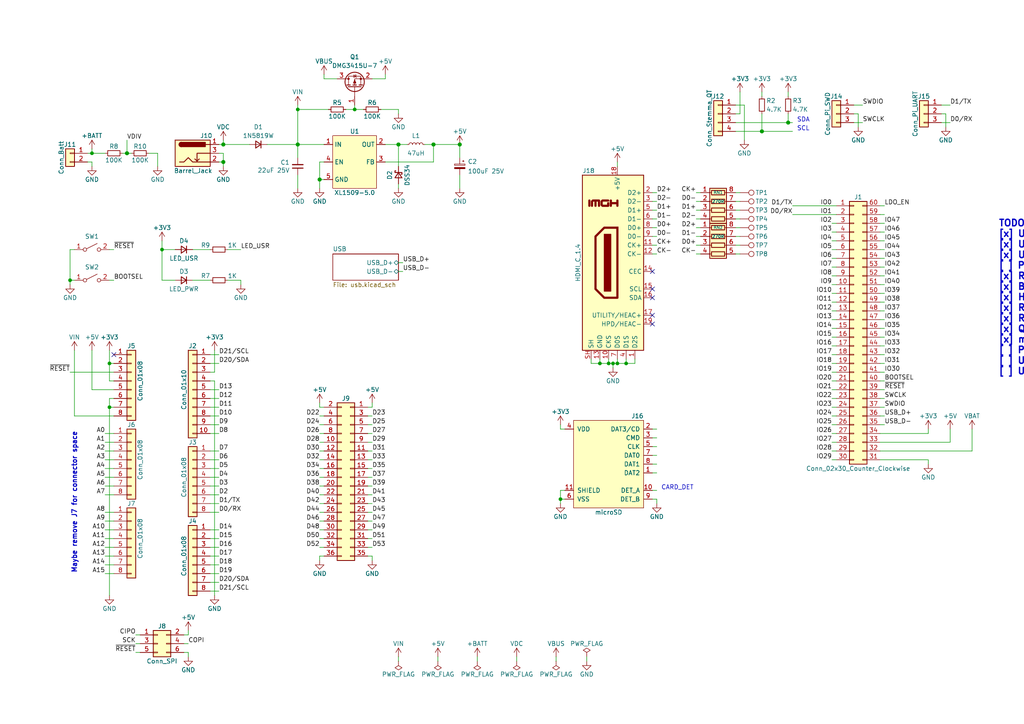
<source format=kicad_sch>
(kicad_sch (version 20231120) (generator "eeschema") (generator_version "7.99")
  (paper "A4")
  (lib_symbols
    (symbol "Connector:Barrel_Jack_Switch" (pin_names hide)
      (property "Reference" "J" (at 0 5.334 0))
      (property "Value" "Barrel_Jack_Switch" (at 0 -5.08 0))
      (symbol "Barrel_Jack_Switch_1_1"
        (pin passive line (at 7.62 2.54 180) (length 2.54) (name "~") (number "1"))
        (pin passive line (at 7.62 -2.54 180) (length 2.54) (name "~") (number "2"))
        (pin passive line (at 7.62 0 180) (length 2.54) (name "~") (number "3"))
      )
    )
    (symbol "Connector:HDMI_C_1.4"
      (property "Reference" "J" (at -6.35 26.67 0))
      (property "Value" "HDMI_C_1.4" (at 10.16 26.67 0))
      (symbol "HDMI_C_1.4_1_1"
        (pin power_in line (at -5.08 -27.94 90) (length 2.54) (name "D2S") (number "1"))
        (pin power_in line (at 2.54 -27.94 90) (length 2.54) (name "CKS") (number "10"))
        (pin passive line (at -10.16 5.08 0) (length 2.54) (name "CK+") (number "11"))
        (pin passive line (at -10.16 2.54 0) (length 2.54) (name "CK-") (number "12"))
        (pin power_in line (at 5.08 -27.94 90) (length 2.54) (name "GND") (number "13"))
        (pin bidirectional line (at -10.16 -2.54 0) (length 2.54) (name "CEC") (number "14"))
        (pin passive line (at -10.16 -7.62 0) (length 2.54) (name "SCL") (number "15"))
        (pin bidirectional line (at -10.16 -10.16 0) (length 2.54) (name "SDA") (number "16"))
        (pin passive line (at -10.16 -15.24 0) (length 2.54) (name "UTILITY/HEAC+") (number "17"))
        (pin power_in line (at 0 27.94 270) (length 2.54) (name "+5V") (number "18"))
        (pin passive line (at -10.16 -17.78 0) (length 2.54) (name "HPD/HEAC-") (number "19"))
        (pin passive line (at -10.16 20.32 0) (length 2.54) (name "D2+") (number "2"))
        (pin passive line (at -10.16 17.78 0) (length 2.54) (name "D2-") (number "3"))
        (pin power_in line (at -2.54 -27.94 90) (length 2.54) (name "D1S") (number "4"))
        (pin passive line (at -10.16 15.24 0) (length 2.54) (name "D1+") (number "5"))
        (pin passive line (at -10.16 12.7 0) (length 2.54) (name "D1-") (number "6"))
        (pin power_in line (at 0 -27.94 90) (length 2.54) (name "D0S") (number "7"))
        (pin passive line (at -10.16 10.16 0) (length 2.54) (name "D0+") (number "8"))
        (pin passive line (at -10.16 7.62 0) (length 2.54) (name "D0-") (number "9"))
        (pin passive line (at 7.62 -27.94 90) (length 2.54) (name "SH") (number "SH"))
      )
    )
    (symbol "Connector:TestPoint" (pin_numbers hide) (pin_names (offset 0.762) hide)
      (property "Reference" "TP" (at 0 6.858 0))
      (property "Value" "TestPoint" (at 0 5.08 0))
      (symbol "TestPoint_1_1"
        (pin passive line (at 0 0 90) (length 2.54) (name "1") (number "1"))
      )
    )
    (symbol "Connector_Extra:Micro_SD_Card_Det" (pin_names (offset 1.016))
      (property "Reference" "J" (at 8.89 13.97 0))
      (property "Value" "Micro_SD_Card_Det" (at 0 -13.97 0))
      (symbol "Micro_SD_Card_Det_1_1"
        (pin bidirectional line (at 12.7 -2.54 180) (length 2.54) (name "DAT2") (number "1"))
        (pin passive line (at 12.7 -7.62 180) (length 2.54) (name "DET_A") (number "10"))
        (pin passive line (at -12.7 -7.62 0) (length 2.54) (name "SHIELD") (number "11"))
        (pin bidirectional line (at 12.7 10.16 180) (length 2.54) (name "DAT3/CD") (number "2"))
        (pin input line (at 12.7 7.62 180) (length 2.54) (name "CMD") (number "3"))
        (pin power_in line (at -12.7 10.16 0) (length 2.54) (name "VDD") (number "4"))
        (pin input line (at 12.7 5.08 180) (length 2.54) (name "CLK") (number "5"))
        (pin power_in line (at -12.7 -10.16 0) (length 2.54) (name "VSS") (number "6"))
        (pin bidirectional line (at 12.7 2.54 180) (length 2.54) (name "DAT0") (number "7"))
        (pin bidirectional line (at 12.7 0 180) (length 2.54) (name "DAT1") (number "8"))
        (pin passive line (at 12.7 -10.16 180) (length 2.54) (name "DET_B") (number "9"))
      )
    )
    (symbol "Connector_Generic:Conn_01x02" (pin_names (offset 1.016) hide)
      (property "Reference" "J" (at 0 2.54 0))
      (property "Value" "Conn_01x02" (at 0 -5.08 0))
      (symbol "Conn_01x02_1_1"
        (pin passive line (at -5.08 0 0) (length 3.81) (name "Pin_1") (number "1"))
        (pin passive line (at -5.08 -2.54 0) (length 3.81) (name "Pin_2") (number "2"))
      )
    )
    (symbol "Connector_Generic:Conn_01x03" (pin_names (offset 1.016) hide)
      (property "Reference" "J" (at 0 5.08 0))
      (property "Value" "Conn_01x03" (at 0 -5.08 0))
      (symbol "Conn_01x03_1_1"
        (pin passive line (at -5.08 2.54 0) (length 3.81) (name "Pin_1") (number "1"))
        (pin passive line (at -5.08 0 0) (length 3.81) (name "Pin_2") (number "2"))
        (pin passive line (at -5.08 -2.54 0) (length 3.81) (name "Pin_3") (number "3"))
      )
    )
    (symbol "Connector_Generic:Conn_01x04" (pin_names (offset 1.016) hide)
      (property "Reference" "J" (at 0 5.08 0))
      (property "Value" "Conn_01x04" (at 0 -7.62 0))
      (symbol "Conn_01x04_1_1"
        (pin passive line (at -5.08 2.54 0) (length 3.81) (name "Pin_1") (number "1"))
        (pin passive line (at -5.08 0 0) (length 3.81) (name "Pin_2") (number "2"))
        (pin passive line (at -5.08 -2.54 0) (length 3.81) (name "Pin_3") (number "3"))
        (pin passive line (at -5.08 -5.08 0) (length 3.81) (name "Pin_4") (number "4"))
      )
    )
    (symbol "Connector_Generic:Conn_01x08" (pin_names (offset 1.016) hide)
      (property "Reference" "J" (at 0 10.16 0))
      (property "Value" "Conn_01x08" (at 0 -12.7 0))
      (symbol "Conn_01x08_1_1"
        (pin passive line (at -5.08 7.62 0) (length 3.81) (name "Pin_1") (number "1"))
        (pin passive line (at -5.08 5.08 0) (length 3.81) (name "Pin_2") (number "2"))
        (pin passive line (at -5.08 2.54 0) (length 3.81) (name "Pin_3") (number "3"))
        (pin passive line (at -5.08 0 0) (length 3.81) (name "Pin_4") (number "4"))
        (pin passive line (at -5.08 -2.54 0) (length 3.81) (name "Pin_5") (number "5"))
        (pin passive line (at -5.08 -5.08 0) (length 3.81) (name "Pin_6") (number "6"))
        (pin passive line (at -5.08 -7.62 0) (length 3.81) (name "Pin_7") (number "7"))
        (pin passive line (at -5.08 -10.16 0) (length 3.81) (name "Pin_8") (number "8"))
      )
    )
    (symbol "Connector_Generic:Conn_01x10" (pin_names (offset 1.016) hide)
      (property "Reference" "J" (at 0 12.7 0))
      (property "Value" "Conn_01x10" (at 0 -15.24 0))
      (symbol "Conn_01x10_1_1"
        (pin passive line (at -5.08 10.16 0) (length 3.81) (name "Pin_1") (number "1"))
        (pin passive line (at -5.08 -12.7 0) (length 3.81) (name "Pin_10") (number "10"))
        (pin passive line (at -5.08 7.62 0) (length 3.81) (name "Pin_2") (number "2"))
        (pin passive line (at -5.08 5.08 0) (length 3.81) (name "Pin_3") (number "3"))
        (pin passive line (at -5.08 2.54 0) (length 3.81) (name "Pin_4") (number "4"))
        (pin passive line (at -5.08 0 0) (length 3.81) (name "Pin_5") (number "5"))
        (pin passive line (at -5.08 -2.54 0) (length 3.81) (name "Pin_6") (number "6"))
        (pin passive line (at -5.08 -5.08 0) (length 3.81) (name "Pin_7") (number "7"))
        (pin passive line (at -5.08 -7.62 0) (length 3.81) (name "Pin_8") (number "8"))
        (pin passive line (at -5.08 -10.16 0) (length 3.81) (name "Pin_9") (number "9"))
      )
    )
    (symbol "Connector_Generic:Conn_02x03_Odd_Even" (pin_names (offset 1.016) hide)
      (property "Reference" "J" (at 1.27 5.08 0))
      (property "Value" "Conn_02x03_Odd_Even" (at 1.27 -5.08 0))
      (symbol "Conn_02x03_Odd_Even_1_1"
        (pin passive line (at -5.08 2.54 0) (length 3.81) (name "Pin_1") (number "1"))
        (pin passive line (at 7.62 2.54 180) (length 3.81) (name "Pin_2") (number "2"))
        (pin passive line (at -5.08 0 0) (length 3.81) (name "Pin_3") (number "3"))
        (pin passive line (at 7.62 0 180) (length 3.81) (name "Pin_4") (number "4"))
        (pin passive line (at -5.08 -2.54 0) (length 3.81) (name "Pin_5") (number "5"))
        (pin passive line (at 7.62 -2.54 180) (length 3.81) (name "Pin_6") (number "6"))
      )
    )
    (symbol "Connector_Generic:Conn_02x18_Odd_Even" (pin_names (offset 1.016) hide)
      (property "Reference" "J" (at 1.27 22.86 0))
      (property "Value" "Conn_02x18_Odd_Even" (at 1.27 -25.4 0))
      (symbol "Conn_02x18_Odd_Even_1_1"
        (pin passive line (at -5.08 20.32 0) (length 3.81) (name "Pin_1") (number "1"))
        (pin passive line (at 7.62 10.16 180) (length 3.81) (name "Pin_10") (number "10"))
        (pin passive line (at -5.08 7.62 0) (length 3.81) (name "Pin_11") (number "11"))
        (pin passive line (at 7.62 7.62 180) (length 3.81) (name "Pin_12") (number "12"))
        (pin passive line (at -5.08 5.08 0) (length 3.81) (name "Pin_13") (number "13"))
        (pin passive line (at 7.62 5.08 180) (length 3.81) (name "Pin_14") (number "14"))
        (pin passive line (at -5.08 2.54 0) (length 3.81) (name "Pin_15") (number "15"))
        (pin passive line (at 7.62 2.54 180) (length 3.81) (name "Pin_16") (number "16"))
        (pin passive line (at -5.08 0 0) (length 3.81) (name "Pin_17") (number "17"))
        (pin passive line (at 7.62 0 180) (length 3.81) (name "Pin_18") (number "18"))
        (pin passive line (at -5.08 -2.54 0) (length 3.81) (name "Pin_19") (number "19"))
        (pin passive line (at 7.62 20.32 180) (length 3.81) (name "Pin_2") (number "2"))
        (pin passive line (at 7.62 -2.54 180) (length 3.81) (name "Pin_20") (number "20"))
        (pin passive line (at -5.08 -5.08 0) (length 3.81) (name "Pin_21") (number "21"))
        (pin passive line (at 7.62 -5.08 180) (length 3.81) (name "Pin_22") (number "22"))
        (pin passive line (at -5.08 -7.62 0) (length 3.81) (name "Pin_23") (number "23"))
        (pin passive line (at 7.62 -7.62 180) (length 3.81) (name "Pin_24") (number "24"))
        (pin passive line (at -5.08 -10.16 0) (length 3.81) (name "Pin_25") (number "25"))
        (pin passive line (at 7.62 -10.16 180) (length 3.81) (name "Pin_26") (number "26"))
        (pin passive line (at -5.08 -12.7 0) (length 3.81) (name "Pin_27") (number "27"))
        (pin passive line (at 7.62 -12.7 180) (length 3.81) (name "Pin_28") (number "28"))
        (pin passive line (at -5.08 -15.24 0) (length 3.81) (name "Pin_29") (number "29"))
        (pin passive line (at -5.08 17.78 0) (length 3.81) (name "Pin_3") (number "3"))
        (pin passive line (at 7.62 -15.24 180) (length 3.81) (name "Pin_30") (number "30"))
        (pin passive line (at -5.08 -17.78 0) (length 3.81) (name "Pin_31") (number "31"))
        (pin passive line (at 7.62 -17.78 180) (length 3.81) (name "Pin_32") (number "32"))
        (pin passive line (at -5.08 -20.32 0) (length 3.81) (name "Pin_33") (number "33"))
        (pin passive line (at 7.62 -20.32 180) (length 3.81) (name "Pin_34") (number "34"))
        (pin passive line (at -5.08 -22.86 0) (length 3.81) (name "Pin_35") (number "35"))
        (pin passive line (at 7.62 -22.86 180) (length 3.81) (name "Pin_36") (number "36"))
        (pin passive line (at 7.62 17.78 180) (length 3.81) (name "Pin_4") (number "4"))
        (pin passive line (at -5.08 15.24 0) (length 3.81) (name "Pin_5") (number "5"))
        (pin passive line (at 7.62 15.24 180) (length 3.81) (name "Pin_6") (number "6"))
        (pin passive line (at -5.08 12.7 0) (length 3.81) (name "Pin_7") (number "7"))
        (pin passive line (at 7.62 12.7 180) (length 3.81) (name "Pin_8") (number "8"))
        (pin passive line (at -5.08 10.16 0) (length 3.81) (name "Pin_9") (number "9"))
      )
    )
    (symbol "Connector_Generic:Conn_02x30_Counter_Clockwise" (pin_names (offset 1.016) hide)
      (property "Reference" "J" (at 1.27 38.1 0))
      (property "Value" "Conn_02x30_Counter_Clockwise" (at 1.27 -40.64 0))
      (symbol "Conn_02x30_Counter_Clockwise_1_1"
        (pin passive line (at -5.08 35.56 0) (length 3.81) (name "Pin_1") (number "1"))
        (pin passive line (at -5.08 12.7 0) (length 3.81) (name "Pin_10") (number "10"))
        (pin passive line (at -5.08 10.16 0) (length 3.81) (name "Pin_11") (number "11"))
        (pin passive line (at -5.08 7.62 0) (length 3.81) (name "Pin_12") (number "12"))
        (pin passive line (at -5.08 5.08 0) (length 3.81) (name "Pin_13") (number "13"))
        (pin passive line (at -5.08 2.54 0) (length 3.81) (name "Pin_14") (number "14"))
        (pin passive line (at -5.08 0 0) (length 3.81) (name "Pin_15") (number "15"))
        (pin passive line (at -5.08 -2.54 0) (length 3.81) (name "Pin_16") (number "16"))
        (pin passive line (at -5.08 -5.08 0) (length 3.81) (name "Pin_17") (number "17"))
        (pin passive line (at -5.08 -7.62 0) (length 3.81) (name "Pin_18") (number "18"))
        (pin passive line (at -5.08 -10.16 0) (length 3.81) (name "Pin_19") (number "19"))
        (pin passive line (at -5.08 33.02 0) (length 3.81) (name "Pin_2") (number "2"))
        (pin passive line (at -5.08 -12.7 0) (length 3.81) (name "Pin_20") (number "20"))
        (pin passive line (at -5.08 -15.24 0) (length 3.81) (name "Pin_21") (number "21"))
        (pin passive line (at -5.08 -17.78 0) (length 3.81) (name "Pin_22") (number "22"))
        (pin passive line (at -5.08 -20.32 0) (length 3.81) (name "Pin_23") (number "23"))
        (pin passive line (at -5.08 -22.86 0) (length 3.81) (name "Pin_24") (number "24"))
        (pin passive line (at -5.08 -25.4 0) (length 3.81) (name "Pin_25") (number "25"))
        (pin passive line (at -5.08 -27.94 0) (length 3.81) (name "Pin_26") (number "26"))
        (pin passive line (at -5.08 -30.48 0) (length 3.81) (name "Pin_27") (number "27"))
        (pin passive line (at -5.08 -33.02 0) (length 3.81) (name "Pin_28") (number "28"))
        (pin passive line (at -5.08 -35.56 0) (length 3.81) (name "Pin_29") (number "29"))
        (pin passive line (at -5.08 30.48 0) (length 3.81) (name "Pin_3") (number "3"))
        (pin passive line (at -5.08 -38.1 0) (length 3.81) (name "Pin_30") (number "30"))
        (pin passive line (at 7.62 -38.1 180) (length 3.81) (name "Pin_31") (number "31"))
        (pin passive line (at 7.62 -35.56 180) (length 3.81) (name "Pin_32") (number "32"))
        (pin passive line (at 7.62 -33.02 180) (length 3.81) (name "Pin_33") (number "33"))
        (pin passive line (at 7.62 -30.48 180) (length 3.81) (name "Pin_34") (number "34"))
        (pin passive line (at 7.62 -27.94 180) (length 3.81) (name "Pin_35") (number "35"))
        (pin passive line (at 7.62 -25.4 180) (length 3.81) (name "Pin_36") (number "36"))
        (pin passive line (at 7.62 -22.86 180) (length 3.81) (name "Pin_37") (number "37"))
        (pin passive line (at 7.62 -20.32 180) (length 3.81) (name "Pin_38") (number "38"))
        (pin passive line (at 7.62 -17.78 180) (length 3.81) (name "Pin_39") (number "39"))
        (pin passive line (at -5.08 27.94 0) (length 3.81) (name "Pin_4") (number "4"))
        (pin passive line (at 7.62 -15.24 180) (length 3.81) (name "Pin_40") (number "40"))
        (pin passive line (at 7.62 -12.7 180) (length 3.81) (name "Pin_41") (number "41"))
        (pin passive line (at 7.62 -10.16 180) (length 3.81) (name "Pin_42") (number "42"))
        (pin passive line (at 7.62 -7.62 180) (length 3.81) (name "Pin_43") (number "43"))
        (pin passive line (at 7.62 -5.08 180) (length 3.81) (name "Pin_44") (number "44"))
        (pin passive line (at 7.62 -2.54 180) (length 3.81) (name "Pin_45") (number "45"))
        (pin passive line (at 7.62 0 180) (length 3.81) (name "Pin_46") (number "46"))
        (pin passive line (at 7.62 2.54 180) (length 3.81) (name "Pin_47") (number "47"))
        (pin passive line (at 7.62 5.08 180) (length 3.81) (name "Pin_48") (number "48"))
        (pin passive line (at 7.62 7.62 180) (length 3.81) (name "Pin_49") (number "49"))
        (pin passive line (at -5.08 25.4 0) (length 3.81) (name "Pin_5") (number "5"))
        (pin passive line (at 7.62 10.16 180) (length 3.81) (name "Pin_50") (number "50"))
        (pin passive line (at 7.62 12.7 180) (length 3.81) (name "Pin_51") (number "51"))
        (pin passive line (at 7.62 15.24 180) (length 3.81) (name "Pin_52") (number "52"))
        (pin passive line (at 7.62 17.78 180) (length 3.81) (name "Pin_53") (number "53"))
        (pin passive line (at 7.62 20.32 180) (length 3.81) (name "Pin_54") (number "54"))
        (pin passive line (at 7.62 22.86 180) (length 3.81) (name "Pin_55") (number "55"))
        (pin passive line (at 7.62 25.4 180) (length 3.81) (name "Pin_56") (number "56"))
        (pin passive line (at 7.62 27.94 180) (length 3.81) (name "Pin_57") (number "57"))
        (pin passive line (at 7.62 30.48 180) (length 3.81) (name "Pin_58") (number "58"))
        (pin passive line (at 7.62 33.02 180) (length 3.81) (name "Pin_59") (number "59"))
        (pin passive line (at -5.08 22.86 0) (length 3.81) (name "Pin_6") (number "6"))
        (pin passive line (at 7.62 35.56 180) (length 3.81) (name "Pin_60") (number "60"))
        (pin passive line (at -5.08 20.32 0) (length 3.81) (name "Pin_7") (number "7"))
        (pin passive line (at -5.08 17.78 0) (length 3.81) (name "Pin_8") (number "8"))
        (pin passive line (at -5.08 15.24 0) (length 3.81) (name "Pin_9") (number "9"))
      )
    )
    (symbol "Device:C_Polarized_Small" (pin_numbers hide) (pin_names (offset 0.254) hide)
      (property "Reference" "C" (at 0.254 1.778 0))
      (property "Value" "C_Polarized_Small" (at 0.254 -2.032 0))
      (symbol "C_Polarized_Small_1_1"
        (pin passive line (at 0 2.54 270) (length 1.8542) (name "~") (number "1"))
        (pin passive line (at 0 -2.54 90) (length 1.8542) (name "~") (number "2"))
      )
    )
    (symbol "Device:C_Small" (pin_numbers hide) (pin_names (offset 0.254) hide)
      (property "Reference" "C" (at 0.254 1.778 0))
      (property "Value" "C_Small" (at 0.254 -2.032 0))
      (symbol "C_Small_1_1"
        (pin passive line (at 0 2.54 270) (length 2.032) (name "~") (number "1"))
        (pin passive line (at 0 -2.54 90) (length 2.032) (name "~") (number "2"))
      )
    )
    (symbol "Device:D_Schottky_Small" (pin_numbers hide) (pin_names (offset 0.254) hide)
      (property "Reference" "D" (at -1.27 2.032 0))
      (property "Value" "D_Schottky_Small" (at -7.112 -2.032 0))
      (symbol "D_Schottky_Small_1_1"
        (pin passive line (at -2.54 0 0) (length 1.778) (name "K") (number "1"))
        (pin passive line (at 2.54 0 180) (length 1.778) (name "A") (number "2"))
      )
    )
    (symbol "Device:D_Small" (pin_numbers hide) (pin_names (offset 0.254) hide)
      (property "Reference" "D" (at -1.27 2.032 0))
      (property "Value" "D_Small" (at -3.81 -2.032 0))
      (symbol "D_Small_1_1"
        (pin passive line (at -2.54 0 0) (length 1.778) (name "K") (number "1"))
        (pin passive line (at 2.54 0 180) (length 1.778) (name "A") (number "2"))
      )
    )
    (symbol "Device:L_Small" (pin_numbers hide) (pin_names (offset 0.254) hide)
      (property "Reference" "L" (at 0.762 1.016 0))
      (property "Value" "L_Small" (at 0.762 -1.016 0))
      (symbol "L_Small_1_1"
        (pin passive line (at 0 2.54 270) (length 0.508) (name "~") (number "1"))
        (pin passive line (at 0 -2.54 90) (length 0.508) (name "~") (number "2"))
      )
    )
    (symbol "Device:R_Pack04" (pin_names (offset 0) hide)
      (property "Reference" "RN" (at -7.62 0 90))
      (property "Value" "R_Pack04" (at 5.08 0 90))
      (symbol "R_Pack04_1_1"
        (pin passive line (at -5.08 -5.08 90) (length 2.54) (name "R1.1") (number "1"))
        (pin passive line (at -2.54 -5.08 90) (length 2.54) (name "R2.1") (number "2"))
        (pin passive line (at 0 -5.08 90) (length 2.54) (name "R3.1") (number "3"))
        (pin passive line (at 2.54 -5.08 90) (length 2.54) (name "R4.1") (number "4"))
        (pin passive line (at 2.54 5.08 270) (length 2.54) (name "R4.2") (number "5"))
        (pin passive line (at 0 5.08 270) (length 2.54) (name "R3.2") (number "6"))
        (pin passive line (at -2.54 5.08 270) (length 2.54) (name "R2.2") (number "7"))
        (pin passive line (at -5.08 5.08 270) (length 2.54) (name "R1.2") (number "8"))
      )
    )
    (symbol "Device:R_Small" (pin_numbers hide) (pin_names (offset 0.254) hide)
      (property "Reference" "R" (at 0.762 0.508 0))
      (property "Value" "R_Small" (at 0.762 -1.016 0))
      (symbol "R_Small_1_1"
        (pin passive line (at 0 2.54 270) (length 0.762) (name "~") (number "1"))
        (pin passive line (at 0 -2.54 90) (length 0.762) (name "~") (number "2"))
      )
    )
    (symbol "Regulator_Switching_Extra:XL1509-5.0"
      (property "Reference" "U" (at 6.35 8.89 0))
      (property "Value" "XL1509-5.0" (at 0 -8.89 0))
      (symbol "XL1509-5.0_0_0"
        (pin passive line (at -8.89 -5.08 0) (length 2.54) hide (name "GND") (number "6"))
        (pin passive line (at -8.89 -5.08 0) (length 2.54) hide (name "GND") (number "7"))
        (pin passive line (at -8.89 -5.08 0) (length 2.54) hide (name "GND") (number "8"))
      )
      (symbol "XL1509-5.0_1_1"
        (pin power_in line (at -8.89 5.08 0) (length 2.54) (name "IN") (number "1"))
        (pin power_out line (at 8.89 5.08 180) (length 2.54) (name "OUT") (number "2"))
        (pin input line (at 8.89 0 180) (length 2.54) (name "FB") (number "3"))
        (pin input line (at -8.89 0 0) (length 2.54) (name "EN") (number "4"))
        (pin power_in line (at -8.89 -5.08 0) (length 2.54) (name "GND") (number "5"))
      )
    )
    (symbol "Switch:SW_SPST" (pin_names (offset 0) hide)
      (property "Reference" "SW" (at 0 3.175 0))
      (property "Value" "SW_SPST" (at 0 -2.54 0))
      (symbol "SW_SPST_1_1"
        (pin passive line (at -5.08 0 0) (length 2.54) (name "A") (number "1"))
        (pin passive line (at 5.08 0 180) (length 2.54) (name "B") (number "2"))
      )
    )
    (symbol "Transistor_FET:BSS84" (pin_names hide)
      (property "Reference" "Q" (at 5.08 1.905 0))
      (property "Value" "BSS84" (at 5.08 0 0))
      (symbol "BSS84_1_1"
        (pin input line (at -5.08 0 0) (length 2.54) (name "G") (number "1"))
        (pin passive line (at 2.54 -5.08 90) (length 2.54) (name "S") (number "2"))
        (pin passive line (at 2.54 5.08 270) (length 2.54) (name "D") (number "3"))
      )
    )
    (symbol "power:+3.3V" (power) (pin_names (offset 0))
      (property "Value" "+3.3V" (at 0 3.556 0))
      (symbol "+3.3V_1_1"
        (pin power_in line (at 0 0 90) (length 0) hide (name "+3V3") (number "1"))
      )
    )
    (symbol "power:+3V3" (power) (pin_names (offset 0))
      (property "Value" "+3V3" (at 0 3.556 0))
      (symbol "+3V3_1_1"
        (pin power_in line (at 0 0 90) (length 0) hide (name "+3V3") (number "1"))
      )
    )
    (symbol "power:+5V" (power) (pin_names (offset 0))
      (property "Value" "+5V" (at 0 3.556 0))
      (symbol "+5V_1_1"
        (pin power_in line (at 0 0 90) (length 0) hide (name "+5V") (number "1"))
      )
    )
    (symbol "power:+BATT" (power) (pin_names (offset 0))
      (property "Value" "+BATT" (at 0 3.556 0))
      (symbol "+BATT_1_1"
        (pin power_in line (at 0 0 90) (length 0) hide (name "+BATT") (number "1"))
      )
    )
    (symbol "power:GND" (power) (pin_names (offset 0))
      (property "Value" "GND" (at 0 -3.81 0))
      (symbol "GND_1_1"
        (pin power_in line (at 0 0 270) (length 0) hide (name "GND") (number "1"))
      )
    )
    (symbol "power:PWR_FLAG" (power) (pin_numbers hide) (pin_names (offset 0) hide)
      (property "Value" "PWR_FLAG" (at 0 3.81 0))
      (symbol "PWR_FLAG_0_0"
        (pin power_out line (at 0 0 90) (length 0) (name "pwr") (number "1"))
      )
    )
    (symbol "power:VBUS" (power) (pin_names (offset 0))
      (property "Value" "VBUS" (at 0 3.81 0))
      (symbol "VBUS_1_1"
        (pin power_in line (at 0 0 90) (length 0) hide (name "VBUS") (number "1"))
      )
    )
    (symbol "power:VD" (power) (pin_names (offset 0))
      (property "Value" "VD" (at 0 3.81 0))
      (symbol "VD_1_1"
        (pin power_in line (at 0 0 90) (length 0) hide (name "VD") (number "1"))
      )
    )
    (symbol "power:VDC" (power) (pin_names (offset 0))
      (property "Value" "VDC" (at 0 6.35 0))
      (symbol "VDC_1_1"
        (pin power_in line (at 0 0 90) (length 0) hide (name "VDC") (number "1"))
      )
    )
    (symbol "power_extra:VBAT" (power) (pin_names (offset 0))
      (property "Value" "VBAT" (at 0 3.556 0))
      (symbol "VBAT_1_1"
        (pin power_in line (at 0 0 90) (length 0) hide (name "VBAT") (number "1"))
      )
    )
  )
  (junction (at 102.87 31.75))
  (junction (at 115.57 41.91) (diameter 1.016))
  (junction (at 46.99 72.39))
  (junction (at 20.32 81.28))
  (junction (at 181.61 105.41))
  (junction (at 31.75 118.11))
  (junction (at 31.75 105.41))
  (junction (at 176.53 105.41))
  (junction (at 26.67 44.45))
  (junction (at 220.98 38.1) (diameter 1.016))
  (junction (at 86.36 41.91) (diameter 1.016))
  (junction (at 179.07 105.41))
  (junction (at 64.77 46.99) (diameter 1.016))
  (junction (at 86.36 31.75))
  (junction (at 36.83 44.45) (diameter 1.016))
  (junction (at 177.8 105.41))
  (junction (at 228.6 35.56) (diameter 1.016))
  (junction (at 92.71 52.07) (diameter 1.016))
  (junction (at 64.77 41.91) (diameter 1.016))
  (junction (at 125.73 41.91) (diameter 1.016))
  (junction (at 162.56 144.78))
  (junction (at 133.35 41.91) (diameter 1.016))
  (junction (at 173.99 105.41))
  (no_connect (at 33.02 102.87))
  (no_connect (at 189.23 78.74))
  (no_connect (at 189.23 83.82))
  (no_connect (at 189.23 91.44))
  (no_connect (at 189.23 86.36))
  (no_connect (at 189.23 93.98))
  (wire (pts (xy 33.02 110.49) (xy 31.75 110.49)))
  (wire (pts (xy 179.07 104.14) (xy 179.07 105.41)))
  (wire (pts (xy 64.77 46.99) (xy 64.77 48.26)))
  (wire (pts (xy 213.36 66.04) (xy 214.63 66.04)))
  (wire (pts (xy 189.23 142.24) (xy 190.5 142.24)))
  (wire (pts (xy 189.23 137.16) (xy 190.5 137.16)))
  (wire (pts (xy 60.96 143.51) (xy 63.5 143.51)))
  (wire (pts (xy 229.87 62.23) (xy 242.57 62.23)))
  (wire (pts (xy 248.92 33.02) (xy 248.92 36.83)))
  (wire (pts (xy 92.71 161.29) (xy 93.98 161.29)))
  (wire (pts (xy 220.98 38.1) (xy 229.87 38.1)))
  (wire (pts (xy 60.96 138.43) (xy 63.5 138.43)))
  (wire (pts (xy 228.6 26.67) (xy 228.6 27.94)))
  (wire (pts (xy 255.27 102.87) (xy 256.54 102.87)))
  (wire (pts (xy 33.02 151.13) (xy 30.48 151.13)))
  (wire (pts (xy 64.77 41.91) (xy 72.39 41.91)))
  (wire (pts (xy 60.96 120.65) (xy 63.5 120.65)))
  (wire (pts (xy 93.98 46.99) (xy 92.71 46.99)))
  (wire (pts (xy 255.27 95.25) (xy 256.54 95.25)))
  (wire (pts (xy 60.96 153.67) (xy 63.5 153.67)))
  (wire (pts (xy 107.95 161.29) (xy 107.95 162.56)))
  (wire (pts (xy 201.93 66.04) (xy 203.2 66.04)))
  (wire (pts (xy 60.96 123.19) (xy 63.5 123.19)))
  (wire (pts (xy 69.85 81.28) (xy 69.85 82.55)))
  (wire (pts (xy 255.27 128.27) (xy 275.59 128.27)))
  (wire (pts (xy 92.71 151.13) (xy 93.98 151.13)))
  (wire (pts (xy 213.36 55.88) (xy 214.63 55.88)))
  (wire (pts (xy 176.53 105.41) (xy 173.99 105.41)))
  (wire (pts (xy 93.98 52.07) (xy 92.71 52.07)))
  (wire (pts (xy 31.75 118.11) (xy 31.75 172.72)))
  (wire (pts (xy 255.27 59.69) (xy 256.54 59.69)))
  (wire (pts (xy 36.83 44.45) (xy 38.1 44.45)))
  (wire (pts (xy 241.3 123.19) (xy 242.57 123.19)))
  (wire (pts (xy 21.59 101.6) (xy 21.59 120.65)))
  (wire (pts (xy 115.57 190.5) (xy 115.57 191.77)))
  (wire (pts (xy 269.24 124.46) (xy 269.24 125.73)))
  (wire (pts (xy 33.02 138.43) (xy 30.48 138.43)))
  (wire (pts (xy 228.6 35.56) (xy 229.87 35.56)))
  (wire (pts (xy 241.3 115.57) (xy 242.57 115.57)))
  (wire (pts (xy 241.3 118.11) (xy 242.57 118.11)))
  (wire (pts (xy 138.43 190.5) (xy 138.43 191.77)))
  (wire (pts (xy 213.36 73.66) (xy 214.63 73.66)))
  (wire (pts (xy 92.71 135.89) (xy 93.98 135.89)))
  (wire (pts (xy 255.27 67.31) (xy 256.54 67.31)))
  (wire (pts (xy 241.3 120.65) (xy 242.57 120.65)))
  (wire (pts (xy 213.36 71.12) (xy 214.63 71.12)))
  (wire (pts (xy 149.86 190.5) (xy 149.86 191.77)))
  (wire (pts (xy 189.23 63.5) (xy 190.5 63.5)))
  (wire (pts (xy 220.98 26.67) (xy 220.98 27.94)))
  (wire (pts (xy 60.96 146.05) (xy 63.5 146.05)))
  (wire (pts (xy 241.3 105.41) (xy 242.57 105.41)))
  (wire (pts (xy 86.36 31.75) (xy 86.36 41.91)))
  (wire (pts (xy 53.34 184.15) (xy 54.61 184.15)))
  (wire (pts (xy 106.68 153.67) (xy 107.95 153.67)))
  (wire (pts (xy 170.18 190.5) (xy 170.18 191.77)))
  (wire (pts (xy 213.36 38.1) (xy 220.98 38.1)))
  (wire (pts (xy 241.3 85.09) (xy 242.57 85.09)))
  (wire (pts (xy 60.96 113.03) (xy 63.5 113.03)))
  (wire (pts (xy 33.02 143.51) (xy 30.48 143.51)))
  (wire (pts (xy 215.9 30.48) (xy 215.9 40.64)))
  (wire (pts (xy 60.96 115.57) (xy 63.5 115.57)))
  (wire (pts (xy 184.15 105.41) (xy 181.61 105.41)))
  (wire (pts (xy 64.77 44.45) (xy 64.77 46.99)))
  (wire (pts (xy 31.75 115.57) (xy 31.75 118.11)))
  (wire (pts (xy 201.93 60.96) (xy 203.2 60.96)))
  (wire (pts (xy 106.68 148.59) (xy 107.95 148.59)))
  (wire (pts (xy 255.27 90.17) (xy 256.54 90.17)))
  (wire (pts (xy 213.36 33.02) (xy 214.63 33.02)))
  (wire (pts (xy 247.65 33.02) (xy 248.92 33.02)))
  (wire (pts (xy 228.6 33.02) (xy 228.6 35.56)))
  (wire (pts (xy 125.73 41.91) (xy 133.35 41.91)))
  (wire (pts (xy 255.27 64.77) (xy 256.54 64.77)))
  (wire (pts (xy 133.35 41.91) (xy 133.35 45.72)))
  (wire (pts (xy 273.05 33.02) (xy 274.32 33.02)))
  (wire (pts (xy 162.56 123.19) (xy 162.56 124.46)))
  (wire (pts (xy 179.07 105.41) (xy 177.8 105.41)))
  (wire (pts (xy 162.56 142.24) (xy 162.56 144.78)))
  (wire (pts (xy 171.45 105.41) (xy 171.45 104.14)))
  (wire (pts (xy 93.98 22.86) (xy 97.79 22.86)))
  (wire (pts (xy 189.23 73.66) (xy 190.5 73.66)))
  (wire (pts (xy 115.57 41.91) (xy 118.11 41.91)))
  (wire (pts (xy 60.96 166.37) (xy 63.5 166.37)))
  (wire (pts (xy 275.59 128.27) (xy 275.59 124.46)))
  (wire (pts (xy 20.32 81.28) (xy 20.32 82.55)))
  (wire (pts (xy 241.3 72.39) (xy 242.57 72.39)))
  (wire (pts (xy 33.02 118.11) (xy 31.75 118.11)))
  (wire (pts (xy 60.96 163.83) (xy 63.5 163.83)))
  (wire (pts (xy 60.96 102.87) (xy 63.5 102.87)))
  (wire (pts (xy 189.23 124.46) (xy 190.5 124.46)))
  (wire (pts (xy 60.96 140.97) (xy 63.5 140.97)))
  (wire (pts (xy 60.96 118.11) (xy 63.5 118.11)))
  (wire (pts (xy 163.83 142.24) (xy 162.56 142.24)))
  (wire (pts (xy 106.68 138.43) (xy 107.95 138.43)))
  (wire (pts (xy 241.3 113.03) (xy 242.57 113.03)))
  (wire (pts (xy 179.07 46.99) (xy 179.07 48.26)))
  (wire (pts (xy 177.8 105.41) (xy 176.53 105.41)))
  (wire (pts (xy 33.02 130.81) (xy 30.48 130.81)))
  (wire (pts (xy 25.4 46.99) (xy 26.67 46.99)))
  (wire (pts (xy 92.71 140.97) (xy 93.98 140.97)))
  (wire (pts (xy 241.3 107.95) (xy 242.57 107.95)))
  (wire (pts (xy 26.67 113.03) (xy 33.02 113.03)))
  (wire (pts (xy 111.76 21.59) (xy 111.76 22.86)))
  (wire (pts (xy 25.4 44.45) (xy 26.67 44.45)))
  (wire (pts (xy 173.99 105.41) (xy 171.45 105.41)))
  (wire (pts (xy 33.02 107.95) (xy 20.32 107.95)))
  (wire (pts (xy 66.04 81.28) (xy 69.85 81.28)))
  (wire (pts (xy 213.36 58.42) (xy 214.63 58.42)))
  (wire (pts (xy 177.8 105.41) (xy 177.8 106.68)))
  (wire (pts (xy 162.56 124.46) (xy 163.83 124.46)))
  (wire (pts (xy 106.68 158.75) (xy 107.95 158.75)))
  (wire (pts (xy 106.68 118.11) (xy 107.95 118.11)))
  (wire (pts (xy 26.67 44.45) (xy 30.48 44.45)))
  (wire (pts (xy 115.57 31.75) (xy 115.57 33.02)))
  (wire (pts (xy 92.71 116.84) (xy 92.71 118.11)))
  (wire (pts (xy 53.34 189.23) (xy 54.61 189.23)))
  (wire (pts (xy 255.27 125.73) (xy 269.24 125.73)))
  (wire (pts (xy 127 190.5) (xy 127 191.77)))
  (wire (pts (xy 241.3 110.49) (xy 242.57 110.49)))
  (wire (pts (xy 201.93 55.88) (xy 203.2 55.88)))
  (wire (pts (xy 26.67 113.03) (xy 26.67 101.6)))
  (wire (pts (xy 273.05 35.56) (xy 275.59 35.56)))
  (wire (pts (xy 33.02 166.37) (xy 30.48 166.37)))
  (wire (pts (xy 241.3 64.77) (xy 242.57 64.77)))
  (wire (pts (xy 92.71 148.59) (xy 93.98 148.59)))
  (wire (pts (xy 255.27 82.55) (xy 256.54 82.55)))
  (wire (pts (xy 213.36 60.96) (xy 214.63 60.96)))
  (wire (pts (xy 92.71 123.19) (xy 93.98 123.19)))
  (wire (pts (xy 201.93 68.58) (xy 203.2 68.58)))
  (wire (pts (xy 189.23 60.96) (xy 190.5 60.96)))
  (wire (pts (xy 35.56 44.45) (xy 36.83 44.45)))
  (wire (pts (xy 102.87 31.75) (xy 100.33 31.75)))
  (wire (pts (xy 181.61 104.14) (xy 181.61 105.41)))
  (wire (pts (xy 213.36 30.48) (xy 215.9 30.48)))
  (wire (pts (xy 60.96 135.89) (xy 63.5 135.89)))
  (wire (pts (xy 20.32 72.39) (xy 20.32 81.28)))
  (wire (pts (xy 92.71 146.05) (xy 93.98 146.05)))
  (wire (pts (xy 92.71 118.11) (xy 93.98 118.11)))
  (wire (pts (xy 92.71 143.51) (xy 93.98 143.51)))
  (wire (pts (xy 106.68 140.97) (xy 107.95 140.97)))
  (wire (pts (xy 106.68 135.89) (xy 107.95 135.89)))
  (wire (pts (xy 241.3 92.71) (xy 242.57 92.71)))
  (wire (pts (xy 115.57 48.26) (xy 115.57 41.91)))
  (wire (pts (xy 255.27 120.65) (xy 256.54 120.65)))
  (wire (pts (xy 173.99 104.14) (xy 173.99 105.41)))
  (wire (pts (xy 92.71 161.29) (xy 92.71 162.56)))
  (wire (pts (xy 255.27 133.35) (xy 269.24 133.35)))
  (wire (pts (xy 241.3 102.87) (xy 242.57 102.87)))
  (wire (pts (xy 255.27 74.93) (xy 256.54 74.93)))
  (wire (pts (xy 220.98 33.02) (xy 220.98 38.1)))
  (wire (pts (xy 255.27 97.79) (xy 256.54 97.79)))
  (wire (pts (xy 36.83 40.64) (xy 36.83 44.45)))
  (wire (pts (xy 106.68 120.65) (xy 107.95 120.65)))
  (wire (pts (xy 106.68 123.19) (xy 107.95 123.19)))
  (wire (pts (xy 60.96 133.35) (xy 63.5 133.35)))
  (wire (pts (xy 33.02 133.35) (xy 30.48 133.35)))
  (wire (pts (xy 92.71 158.75) (xy 93.98 158.75)))
  (wire (pts (xy 86.36 41.91) (xy 93.98 41.91)))
  (wire (pts (xy 110.49 31.75) (xy 115.57 31.75)))
  (wire (pts (xy 213.36 63.5) (xy 214.63 63.5)))
  (wire (pts (xy 33.02 115.57) (xy 31.75 115.57)))
  (wire (pts (xy 66.04 72.39) (xy 69.85 72.39)))
  (wire (pts (xy 45.72 44.45) (xy 45.72 48.26)))
  (wire (pts (xy 181.61 105.41) (xy 179.07 105.41)))
  (wire (pts (xy 63.5 41.91) (xy 64.77 41.91)))
  (wire (pts (xy 86.36 50.8) (xy 86.36 54.61)))
  (wire (pts (xy 54.61 182.88) (xy 54.61 184.15)))
  (wire (pts (xy 123.19 41.91) (xy 125.73 41.91)))
  (wire (pts (xy 33.02 161.29) (xy 30.48 161.29)))
  (wire (pts (xy 33.02 128.27) (xy 30.48 128.27)))
  (wire (pts (xy 162.56 144.78) (xy 163.83 144.78)))
  (wire (pts (xy 92.71 46.99) (xy 92.71 52.07)))
  (wire (pts (xy 33.02 156.21) (xy 30.48 156.21)))
  (wire (pts (xy 162.56 144.78) (xy 162.56 146.05)))
  (wire (pts (xy 33.02 163.83) (xy 30.48 163.83)))
  (wire (pts (xy 92.71 153.67) (xy 93.98 153.67)))
  (wire (pts (xy 241.3 100.33) (xy 242.57 100.33)))
  (wire (pts (xy 26.67 43.18) (xy 26.67 44.45)))
  (wire (pts (xy 33.02 153.67) (xy 30.48 153.67)))
  (wire (pts (xy 92.71 156.21) (xy 93.98 156.21)))
  (wire (pts (xy 255.27 113.03) (xy 256.54 113.03)))
  (wire (pts (xy 189.23 58.42) (xy 190.5 58.42)))
  (wire (pts (xy 33.02 158.75) (xy 30.48 158.75)))
  (wire (pts (xy 46.99 81.28) (xy 46.99 72.39)))
  (wire (pts (xy 92.71 128.27) (xy 93.98 128.27)))
  (wire (pts (xy 107.95 116.84) (xy 107.95 118.11)))
  (wire (pts (xy 255.27 85.09) (xy 256.54 85.09)))
  (wire (pts (xy 255.27 69.85) (xy 256.54 69.85)))
  (wire (pts (xy 111.76 41.91) (xy 115.57 41.91)))
  (wire (pts (xy 241.3 130.81) (xy 242.57 130.81)))
  (wire (pts (xy 107.95 22.86) (xy 111.76 22.86)))
  (wire (pts (xy 60.96 161.29) (xy 63.5 161.29)))
  (wire (pts (xy 241.3 69.85) (xy 242.57 69.85)))
  (wire (pts (xy 247.65 30.48) (xy 250.19 30.48)))
  (wire (pts (xy 63.5 46.99) (xy 64.77 46.99)))
  (wire (pts (xy 33.02 140.97) (xy 30.48 140.97)))
  (wire (pts (xy 62.23 101.6) (xy 62.23 107.95)))
  (wire (pts (xy 39.37 189.23) (xy 40.64 189.23)))
  (wire (pts (xy 55.88 81.28) (xy 60.96 81.28)))
  (wire (pts (xy 33.02 135.89) (xy 30.48 135.89)))
  (wire (pts (xy 269.24 134.62) (xy 269.24 133.35)))
  (wire (pts (xy 86.36 41.91) (xy 86.36 45.72)))
  (wire (pts (xy 255.27 110.49) (xy 256.54 110.49)))
  (wire (pts (xy 31.75 101.6) (xy 31.75 105.41)))
  (wire (pts (xy 60.96 105.41) (xy 63.5 105.41)))
  (wire (pts (xy 214.63 33.02) (xy 214.63 26.67)))
  (wire (pts (xy 241.3 97.79) (xy 242.57 97.79)))
  (wire (pts (xy 92.71 138.43) (xy 93.98 138.43)))
  (wire (pts (xy 201.93 71.12) (xy 203.2 71.12)))
  (wire (pts (xy 247.65 35.56) (xy 250.19 35.56)))
  (wire (pts (xy 115.57 76.2) (xy 116.84 76.2)))
  (wire (pts (xy 125.73 41.91) (xy 125.73 46.99)))
  (wire (pts (xy 201.93 58.42) (xy 203.2 58.42)))
  (wire (pts (xy 106.68 128.27) (xy 107.95 128.27)))
  (wire (pts (xy 255.27 115.57) (xy 256.54 115.57)))
  (wire (pts (xy 33.02 148.59) (xy 30.48 148.59)))
  (wire (pts (xy 86.36 30.48) (xy 86.36 31.75)))
  (wire (pts (xy 189.23 127) (xy 190.5 127)))
  (wire (pts (xy 115.57 53.34) (xy 115.57 54.61)))
  (wire (pts (xy 229.87 59.69) (xy 242.57 59.69)))
  (wire (pts (xy 39.37 186.69) (xy 40.64 186.69)))
  (wire (pts (xy 241.3 90.17) (xy 242.57 90.17)))
  (wire (pts (xy 241.3 133.35) (xy 242.57 133.35)))
  (wire (pts (xy 106.68 133.35) (xy 107.95 133.35)))
  (wire (pts (xy 60.96 130.81) (xy 63.5 130.81)))
  (wire (pts (xy 255.27 80.01) (xy 256.54 80.01)))
  (wire (pts (xy 31.75 105.41) (xy 31.75 110.49)))
  (wire (pts (xy 255.27 77.47) (xy 256.54 77.47)))
  (wire (pts (xy 46.99 72.39) (xy 50.8 72.39)))
  (wire (pts (xy 93.98 21.59) (xy 93.98 22.86)))
  (wire (pts (xy 241.3 128.27) (xy 242.57 128.27)))
  (wire (pts (xy 55.88 72.39) (xy 60.96 72.39)))
  (wire (pts (xy 60.96 158.75) (xy 63.5 158.75)))
  (wire (pts (xy 189.23 71.12) (xy 190.5 71.12)))
  (wire (pts (xy 161.29 190.5) (xy 161.29 191.77)))
  (wire (pts (xy 106.68 151.13) (xy 107.95 151.13)))
  (wire (pts (xy 189.23 134.62) (xy 190.5 134.62)))
  (wire (pts (xy 201.93 73.66) (xy 203.2 73.66)))
  (wire (pts (xy 54.61 190.5) (xy 54.61 189.23)))
  (wire (pts (xy 60.96 148.59) (xy 63.5 148.59)))
  (wire (pts (xy 106.68 146.05) (xy 107.95 146.05)))
  (wire (pts (xy 255.27 118.11) (xy 256.54 118.11)))
  (wire (pts (xy 241.3 67.31) (xy 242.57 67.31)))
  (wire (pts (xy 255.27 72.39) (xy 256.54 72.39)))
  (wire (pts (xy 64.77 41.91) (xy 64.77 40.64)))
  (wire (pts (xy 60.96 125.73) (xy 63.5 125.73)))
  (wire (pts (xy 241.3 80.01) (xy 242.57 80.01)))
  (wire (pts (xy 255.27 130.81) (xy 281.94 130.81)))
  (wire (pts (xy 31.75 81.28) (xy 33.02 81.28)))
  (wire (pts (xy 255.27 105.41) (xy 256.54 105.41)))
  (wire (pts (xy 255.27 123.19) (xy 256.54 123.19)))
  (wire (pts (xy 213.36 35.56) (xy 228.6 35.56)))
  (wire (pts (xy 190.5 144.78) (xy 190.5 146.05)))
  (wire (pts (xy 255.27 92.71) (xy 256.54 92.71)))
  (wire (pts (xy 106.68 161.29) (xy 107.95 161.29)))
  (wire (pts (xy 102.87 31.75) (xy 105.41 31.75)))
  (wire (pts (xy 63.5 44.45) (xy 64.77 44.45)))
  (wire (pts (xy 46.99 69.85) (xy 46.99 72.39)))
  (wire (pts (xy 184.15 104.14) (xy 184.15 105.41)))
  (wire (pts (xy 92.71 133.35) (xy 93.98 133.35)))
  (wire (pts (xy 115.57 78.74) (xy 116.84 78.74)))
  (wire (pts (xy 241.3 95.25) (xy 242.57 95.25)))
  (wire (pts (xy 60.96 171.45) (xy 63.5 171.45)))
  (wire (pts (xy 21.59 81.28) (xy 20.32 81.28)))
  (wire (pts (xy 274.32 33.02) (xy 274.32 36.83)))
  (wire (pts (xy 62.23 110.49) (xy 60.96 110.49)))
  (wire (pts (xy 255.27 62.23) (xy 256.54 62.23)))
  (wire (pts (xy 92.71 130.81) (xy 93.98 130.81)))
  (wire (pts (xy 106.68 130.81) (xy 107.95 130.81)))
  (wire (pts (xy 176.53 104.14) (xy 176.53 105.41)))
  (wire (pts (xy 92.71 125.73) (xy 93.98 125.73)))
  (wire (pts (xy 106.68 125.73) (xy 107.95 125.73)))
  (wire (pts (xy 241.3 82.55) (xy 242.57 82.55)))
  (wire (pts (xy 60.96 156.21) (xy 63.5 156.21)))
  (wire (pts (xy 31.75 72.39) (xy 33.02 72.39)))
  (wire (pts (xy 111.76 46.99) (xy 125.73 46.99)))
  (wire (pts (xy 39.37 184.15) (xy 40.64 184.15)))
  (wire (pts (xy 43.18 44.45) (xy 45.72 44.45)))
  (wire (pts (xy 46.99 81.28) (xy 50.8 81.28)))
  (wire (pts (xy 241.3 125.73) (xy 242.57 125.73)))
  (wire (pts (xy 62.23 110.49) (xy 62.23 172.72)))
  (wire (pts (xy 26.67 46.99) (xy 26.67 48.26)))
  (wire (pts (xy 255.27 107.95) (xy 256.54 107.95)))
  (wire (pts (xy 21.59 72.39) (xy 20.32 72.39)))
  (wire (pts (xy 189.23 68.58) (xy 190.5 68.58)))
  (wire (pts (xy 189.23 144.78) (xy 190.5 144.78)))
  (wire (pts (xy 213.36 68.58) (xy 214.63 68.58)))
  (wire (pts (xy 33.02 125.73) (xy 30.48 125.73)))
  (wire (pts (xy 106.68 156.21) (xy 107.95 156.21)))
  (wire (pts (xy 60.96 168.91) (xy 63.5 168.91)))
  (wire (pts (xy 102.87 31.75) (xy 102.87 30.48)))
  (wire (pts (xy 106.68 143.51) (xy 107.95 143.51)))
  (wire (pts (xy 241.3 77.47) (xy 242.57 77.47)))
  (wire (pts (xy 133.35 50.8) (xy 133.35 54.61)))
  (wire (pts (xy 92.71 120.65) (xy 93.98 120.65)))
  (wire (pts (xy 189.23 55.88) (xy 190.5 55.88)))
  (wire (pts (xy 21.59 120.65) (xy 33.02 120.65)))
  (wire (pts (xy 31.75 105.41) (xy 33.02 105.41)))
  (wire (pts (xy 92.71 52.07) (xy 92.71 54.61)))
  (wire (pts (xy 60.96 107.95) (xy 62.23 107.95)))
  (wire (pts (xy 281.94 124.46) (xy 281.94 130.81)))
  (wire (pts (xy 189.23 66.04) (xy 190.5 66.04)))
  (wire (pts (xy 201.93 63.5) (xy 203.2 63.5)))
  (wire (pts (xy 189.23 129.54) (xy 190.5 129.54)))
  (wire (pts (xy 86.36 31.75) (xy 95.25 31.75)))
  (wire (pts (xy 189.23 132.08) (xy 190.5 132.08)))
  (wire (pts (xy 255.27 100.33) (xy 256.54 100.33)))
  (wire (pts (xy 273.05 30.48) (xy 275.59 30.48)))
  (wire (pts (xy 255.27 87.63) (xy 256.54 87.63)))
  (wire (pts (xy 241.3 87.63) (xy 242.57 87.63)))
  (wire (pts (xy 77.47 41.91) (xy 86.36 41.91)))
  (wire (pts (xy 241.3 74.93) (xy 242.57 74.93)))
  (wire (pts (xy 53.34 186.69) (xy 54.61 186.69)))
  (text "SDA" (at 231.14 35.56 0) (effects (font (size 1.27 1.27)) (justify left bottom)))
  (text "TODO:\n[x] USB C\n[x] USB A\n[x] USB Switch\n[ ] PWR Switch\n[x] RST Button\n[x] Boot Button\n[x] HDMI Full/Micro\n[x] RPi UART\n[x] RPi SWD\n[x] Qwiic\n[x] microSD\n[ ] PWR LED with jumper\n[ ] USR LED\n[ ] USR BTN(s)" (at 289.56 86.36 0) (effects (font (size 1.905 1.905) (thickness 0.381) (bold yes)) (justify left)))
  (text "CARD_DET" (at 191.77 142.24 0) (effects (font (size 1.27 1.27)) (justify left bottom)))
  (text "Maybe remove J7 for connector space" (at 21.59 166.37 90) (effects (font (size 1.397 1.397) (thickness 0.2794) (bold yes)) (justify left)))
  (text "SCL" (at 231.14 38.1 0) (effects (font (size 1.27 1.27)) (justify left bottom)))
  (label "D38" (at 92.71 140.97 180))
  (label "BOOTSEL" (at 33.02 81.28 0))
  (label "D1+" (at 190.5 60.96 0))
  (label "D32" (at 92.71 133.35 180))
  (label "D0-" (at 201.93 58.42 180))
  (label "D49" (at 107.95 153.67 0))
  (label "D5" (at 63.5 135.89 0))
  (label "CK-" (at 190.5 73.66 0))
  (label "~{RESET}" (at 256.54 113.03 0))
  (label "D21{slash}SCL" (at 63.5 102.87 0))
  (label "D25" (at 107.95 123.19 0))
  (label "D1{slash}TX" (at 229.87 59.69 180))
  (label "D18" (at 63.5 163.83 0))
  (label "IO11" (at 241.3 87.63 180))
  (label "IO35" (at 256.54 95.25 0))
  (label "IO32" (at 256.54 102.87 0))
  (label "A11" (at 30.48 156.21 180))
  (label "D22" (at 92.71 120.65 180))
  (label "IO45" (at 256.54 69.85 0))
  (label "D0{slash}RX" (at 229.87 62.23 180))
  (label "IO17" (at 241.3 102.87 180))
  (label "IO20" (at 241.3 110.49 180))
  (label "D11" (at 63.5 118.11 0))
  (label "IO5" (at 241.3 72.39 180))
  (label "D2+" (at 201.93 66.04 180))
  (label "~{RESET}" (at 20.32 107.95 180))
  (label "CIPO" (at 39.37 184.15 180))
  (label "D8" (at 63.5 125.73 0))
  (label "USB_D+" (at 256.54 120.65 0))
  (label "D1{slash}TX" (at 63.5 146.05 0))
  (label "D46" (at 92.71 151.13 180))
  (label "D2-" (at 190.5 58.42 0))
  (label "D20{slash}SDA" (at 63.5 168.91 0))
  (label "IO6" (at 241.3 74.93 180))
  (label "A3" (at 30.48 133.35 180))
  (label "IO33" (at 256.54 100.33 0))
  (label "IO25" (at 241.3 123.19 180))
  (label "USB_D+" (at 116.84 76.2 0))
  (label "D42" (at 92.71 146.05 180))
  (label "A13" (at 30.48 161.29 180))
  (label "A7" (at 30.48 143.51 180))
  (label "IO9" (at 241.3 82.55 180))
  (label "D12" (at 63.5 115.57 0))
  (label "LDO_EN" (at 256.54 59.69 0))
  (label "D47" (at 107.95 151.13 0))
  (label "IO23" (at 241.3 118.11 180))
  (label "IO14" (at 241.3 95.25 180))
  (label "D20{slash}SDA" (at 63.5 105.41 0))
  (label "D14" (at 63.5 153.67 0))
  (label "IO15" (at 241.3 97.79 180))
  (label "IO0" (at 241.3 59.69 180))
  (label "CK+" (at 201.93 55.88 180))
  (label "IO28" (at 241.3 130.81 180))
  (label "~{RESET}" (at 39.37 189.23 180))
  (label "A1" (at 30.48 128.27 180))
  (label "D50" (at 92.71 156.21 180))
  (label "SWDIO" (at 256.54 118.11 0))
  (label "D0+" (at 201.93 71.12 180))
  (label "D3" (at 63.5 140.97 0))
  (label "D16" (at 63.5 158.75 0))
  (label "IO37" (at 256.54 90.17 0))
  (label "D9" (at 63.5 123.19 0))
  (label "D4" (at 63.5 138.43 0))
  (label "D30" (at 92.71 130.81 180))
  (label "IO29" (at 241.3 133.35 180))
  (label "IO18" (at 241.3 105.41 180))
  (label "LED_USR" (at 69.85 72.39 0))
  (label "A4" (at 30.48 135.89 180))
  (label "IO3" (at 241.3 67.31 180))
  (label "CK+" (at 190.5 71.12 0))
  (label "D21{slash}SCL" (at 63.5 171.45 0))
  (label "A10" (at 30.48 153.67 180))
  (label "IO26" (at 241.3 125.73 180))
  (label "D52" (at 92.71 158.75 180))
  (label "D0-" (at 190.5 68.58 0))
  (label "IO22" (at 241.3 115.57 180))
  (label "D43" (at 107.95 146.05 0))
  (label "D23" (at 107.95 120.65 0))
  (label "D15" (at 63.5 156.21 0))
  (label "D19" (at 63.5 166.37 0))
  (label "SWCLK" (at 250.19 35.56 0))
  (label "D33" (at 107.95 133.35 0))
  (label "D53" (at 107.95 158.75 0))
  (label "A6" (at 30.48 140.97 180))
  (label "D37" (at 107.95 138.43 0))
  (label "A2" (at 30.48 130.81 180))
  (label "D35" (at 107.95 135.89 0))
  (label "IO44" (at 256.54 72.39 0))
  (label "D41" (at 107.95 143.51 0))
  (label "D2" (at 63.5 143.51 0))
  (label "IO46" (at 256.54 67.31 0))
  (label "D34" (at 92.71 135.89 180))
  (label "IO8" (at 241.3 80.01 180))
  (label "SCK" (at 39.37 186.69 180))
  (label "IO13" (at 241.3 92.71 180))
  (label "IO43" (at 256.54 74.93 0))
  (label "A12" (at 30.48 158.75 180))
  (label "D27" (at 107.95 125.73 0))
  (label "IO39" (at 256.54 85.09 0))
  (label "A9" (at 30.48 151.13 180))
  (label "D6" (at 63.5 133.35 0))
  (label "IO2" (at 241.3 64.77 180))
  (label "SWDIO" (at 250.19 30.48 0))
  (label "IO34" (at 256.54 97.79 0))
  (label "IO16" (at 241.3 100.33 180))
  (label "D0{slash}RX" (at 275.59 35.56 0))
  (label "VDIV" (at 36.83 40.64 0))
  (label "~{RESET}" (at 33.02 72.39 0))
  (label "D40" (at 92.71 143.51 180))
  (label "D29" (at 107.95 128.27 0))
  (label "D24" (at 92.71 123.19 180))
  (label "COPI" (at 54.61 186.69 0))
  (label "D28" (at 92.71 128.27 180))
  (label "D51" (at 107.95 156.21 0))
  (label "A5" (at 30.48 138.43 180))
  (label "D17" (at 63.5 161.29 0))
  (label "USB_D-" (at 116.84 78.74 0))
  (label "A8" (at 30.48 148.59 180))
  (label "IO40" (at 256.54 82.55 0))
  (label "D1-" (at 201.93 68.58 180))
  (label "D7" (at 63.5 130.81 0))
  (label "D31" (at 107.95 130.81 0))
  (label "IO7" (at 241.3 77.47 180))
  (label "IO10" (at 241.3 85.09 180))
  (label "D48" (at 92.71 153.67 180))
  (label "IO30" (at 256.54 107.95 0))
  (label "D1-" (at 190.5 63.5 0))
  (label "D39" (at 107.95 140.97 0))
  (label "USB_D-" (at 256.54 123.19 0))
  (label "IO31" (at 256.54 105.41 0))
  (label "IO12" (at 241.3 90.17 180))
  (label "D45" (at 107.95 148.59 0))
  (label "A14" (at 30.48 163.83 180))
  (label "D10" (at 63.5 120.65 0))
  (label "A0" (at 30.48 125.73 180))
  (label "D2-" (at 201.93 63.5 180))
  (label "D0{slash}RX" (at 63.5 148.59 0))
  (label "IO36" (at 256.54 92.71 0))
  (label "BOOTSEL" (at 256.54 110.49 0))
  (label "D36" (at 92.71 138.43 180))
  (label "D26" (at 92.71 125.73 180))
  (label "IO19" (at 241.3 107.95 180))
  (label "D2+" (at 190.5 55.88 0))
  (label "IO27" (at 241.3 128.27 180))
  (label "D0+" (at 190.5 66.04 0))
  (label "IO42" (at 256.54 77.47 0))
  (label "D1{slash}TX" (at 275.59 30.48 0))
  (label "D44" (at 92.71 148.59 180))
  (label "IO41" (at 256.54 80.01 0))
  (label "CK-" (at 201.93 73.66 180))
  (label "IO4" (at 241.3 69.85 180))
  (label "IO21" (at 241.3 113.03 180))
  (label "SWCLK" (at 256.54 115.57 0))
  (label "D1+" (at 201.93 60.96 180))
  (label "IO47" (at 256.54 64.77 0))
  (label "IO38" (at 256.54 87.63 0))
  (label "A15" (at 30.48 166.37 180))
  (label "IO24" (at 241.3 120.65 180))
  (label "IO1" (at 241.3 62.23 180))
  (label "D13" (at 63.5 113.03 0))
  (symbol (lib_id "Device:D_Small") (at 53.34 72.39 0) (mirror y) (unit 1)
    (property "Reference" "D4" (at 53.34 69.85 0))
    (property "Value" "LED_USR" (at 53.34 74.93 0))
    (property "Footprint" "LED_SMD:LED_0603_1608Metric" (effects (hide yes)))
  )
  (symbol (lib_id "power:GND") (at 269.24 134.62 0) (unit 1)
    (property "Reference" "#PWR01" (effects (hide yes)))
    (property "Value" "GND" (at 269.24 138.43 0))
  )
  (symbol (lib_id "Connector_Generic:Conn_01x04") (at 208.28 33.02 0) (mirror y) (unit 1)
    (property "Reference" "J12" (at 208.28 27.94 0))
    (property "Value" "Conn_Stemma_QT" (at 205.74 34.29 90))
    (property "Footprint" "Connector_JST:JST_SH_SM04B-SRSS-TB_1x04-1MP_P1.00mm_Horizontal" (effects (hide yes)))
    (property "LCSC" "C7433425" (effects (hide yes)))
  )
  (symbol (lib_id "power:GND") (at 248.92 36.83 0) (unit 1)
    (property "Reference" "#PWR048" (effects (hide yes)))
    (property "Value" "GND" (at 248.92 40.64 0))
  )
  (symbol (lib_id "power:+3.3V") (at 31.75 101.6 0) (unit 1)
    (property "Reference" "#PWR06" (effects (hide yes)))
    (property "Value" "+3V3" (at 31.75 97.79 0))
  )
  (symbol (lib_id "Device:R_Small") (at 33.02 44.45 90) (mirror x) (unit 1)
    (property "Reference" "R8" (at 33.02 43.18 90) (effects (justify bottom)))
    (property "Value" "100K" (at 33.02 45.72 90) (effects (justify top)))
    (property "Footprint" "Resistor_SMD:R_0603_1608Metric" (effects (hide yes)))
  )
  (symbol (lib_id "power:+BATT") (at 138.43 190.5 0) (unit 1)
    (property "Reference" "#PWR044" (effects (hide yes)))
    (property "Value" "+BATT" (at 138.43 186.69 0))
  )
  (symbol (lib_id "power:GND") (at 86.36 54.61 0) (mirror y) (unit 1)
    (property "Reference" "#PWR022" (effects (hide yes)))
    (property "Value" "GND" (at 86.36 58.42 0))
  )
  (symbol (lib_id "power:GND") (at 190.5 146.05 0) (unit 1)
    (property "Reference" "#PWR056" (effects (hide yes)))
    (property "Value" "GND" (at 190.5 149.86 0))
  )
  (symbol (lib_id "Transistor_FET:BSS84") (at 102.87 25.4 90) (unit 1)
    (property "Reference" "Q1" (at 102.87 16.51 90))
    (property "Value" "DMG3415U-7" (at 102.87 19.05 90))
    (property "Footprint" "Package_TO_SOT_SMD:SOT-23" (effects (hide yes)))
    (property "LCSC" "C96616" (effects (hide yes)))
  )
  (symbol (lib_id "Device:R_Pack04") (at 208.28 71.12 270) (unit 1)
    (property "Reference" "RN2" (at 208.28 66.04 90) (effects (font (size 0.889 0.889))))
    (property "Value" "270R" (at 208.28 68.58 90) (effects (font (size 0.889 0.889))))
    (property "Footprint" "Resistor_SMD:R_Array_Convex_4x0402" (effects (hide yes)))
    (property "Description" "4 resistor network, parallel topology" (effects (hide yes)))
  )
  (symbol (lib_id "Connector:TestPoint") (at 214.63 66.04 270) (unit 1)
    (property "Reference" "TP5" (at 219.075 66.04 90) (effects (justify left)))
    (property "Value" "TestPoint" (effects (hide yes)))
    (property "Footprint" "TestPoint:TestPoint_Pad_D1.0mm" (effects (hide yes)))
    (property "Description" "test point" (effects (hide yes)))
  )
  (symbol (lib_id "Connector_Extra:Micro_SD_Card_Det") (at 176.53 134.62 0) (unit 1)
    (property "Reference" "J16" (at 186.69 120.65 0) (effects (justify right)))
    (property "Value" "microSD" (at 176.53 148.59 0))
    (property "Footprint" "Connector_Card_Extra:microSD_SOFNG_TF-015" (effects (hide yes)))
    (property "Datasheet" "https://www.hirose.com/product/en/download_file/key_name/DM3/category/Catalog/doc_file_id/49662/?file_category_id=4&item_id=195&is_series=1" (effects (hide yes)))
    (property "Description" "Micro SD Card Socket with card detection pins" (effects (hide yes)))
  )
  (symbol (lib_id "Connector_Generic:Conn_02x30_Counter_Clockwise") (at 247.65 95.25 0) (unit 1)
    (property "Reference" "J1" (at 248.92 57.15 0))
    (property "Value" "Conn_02x30_Counter_Clockwise" (at 248.92 135.89 0))
    (property "Footprint" "rp2350_stamp_carrier:RP2xx_Stamp_FlexyPin" (effects (hide yes)))
    (property "Description" "Generic connector, double row, 02x30, counter clockwise pin numbering scheme (similar to DIP package numbering), script generated (kicad-library-utils/schlib/autogen/connector/)" (effects (hide yes)))
  )
  (symbol (lib_id "power:+3.3V") (at 62.23 101.6 0) (unit 1)
    (property "Reference" "#PWR08" (effects (hide yes)))
    (property "Value" "+3V3" (at 62.23 97.79 0))
  )
  (symbol (lib_id "Connector:TestPoint") (at 214.63 71.12 270) (unit 1)
    (property "Reference" "TP7" (at 219.075 71.12 90) (effects (justify left)))
    (property "Value" "TestPoint" (effects (hide yes)))
    (property "Footprint" "TestPoint:TestPoint_Pad_D1.0mm" (effects (hide yes)))
    (property "Description" "test point" (effects (hide yes)))
  )
  (symbol (lib_id "power:GND") (at 54.61 190.5 0) (unit 1)
    (property "Reference" "#PWR011" (effects (hide yes)))
    (property "Value" "GND" (at 54.61 194.31 0))
  )
  (symbol (lib_id "power:VD") (at 115.57 190.5 0) (unit 1)
    (property "Reference" "#PWR053" (effects (hide yes)))
    (property "Value" "VIN" (at 115.57 186.69 0))
    (property "Description" "Power symbol creates a global label with name \"VD\"" (effects (hide yes)))
  )
  (symbol (lib_id "power:GND") (at 26.67 48.26 0) (unit 1)
    (property "Reference" "#PWR018" (effects (hide yes)))
    (property "Value" "GND" (at 26.67 52.07 0))
  )
  (symbol (lib_id "power:VD") (at 86.36 30.48 0) (unit 1)
    (property "Reference" "#PWR052" (effects (hide yes)))
    (property "Value" "VIN" (at 86.36 26.67 0))
    (property "Description" "Power symbol creates a global label with name \"VD\"" (effects (hide yes)))
  )
  (symbol (lib_id "Device:R_Small") (at 97.79 31.75 90) (mirror x) (unit 1)
    (property "Reference" "R5" (at 97.79 30.48 90) (effects (justify bottom)))
    (property "Value" "100K" (at 97.79 33.02 90) (effects (justify top)))
    (property "Footprint" "Resistor_SMD:R_0603_1608Metric" (effects (hide yes)))
  )
  (symbol (lib_id "power:+BATT") (at 26.67 43.18 0) (unit 1)
    (property "Reference" "#PWR017" (effects (hide yes)))
    (property "Value" "+BATT" (at 26.67 39.37 0))
  )
  (symbol (lib_id "Connector_Generic:Conn_01x10") (at 55.88 113.03 0) (mirror y) (unit 1)
    (property "Reference" "J2" (at 55.88 100.33 0))
    (property "Value" "Conn_01x10" (at 53.34 113.03 90))
    (property "Footprint" "Connector_PinSocket_2.54mm:PinSocket_1x10_P2.54mm_Vertical" (effects (hide yes)))
    (property "Description" "Generic connector, single row, 01x10, script generated (kicad-library-utils/schlib/autogen/connector/)" (effects (hide yes)))
  )
  (symbol (lib_id "power:+5V") (at 275.59 124.46 0) (unit 1)
    (property "Reference" "#PWR04" (effects (hide yes)))
    (property "Value" "+5V" (at 275.59 120.65 0))
  )
  (symbol (lib_id "power:+5V") (at 92.71 116.84 0) (unit 1)
    (property "Reference" "#PWR012" (effects (hide yes)))
    (property "Value" "+5V" (at 92.71 113.03 0))
  )
  (symbol (lib_id "power:GND") (at 45.72 48.26 0) (mirror y) (unit 1)
    (property "Reference" "#PWR042" (effects (hide yes)))
    (property "Value" "GND" (at 45.72 52.07 0))
  )
  (symbol (lib_id "Connector:TestPoint") (at 214.63 63.5 270) (unit 1)
    (property "Reference" "TP4" (at 219.075 63.5 90) (effects (justify left)))
    (property "Value" "TestPoint" (effects (hide yes)))
    (property "Footprint" "TestPoint:TestPoint_Pad_D1.0mm" (effects (hide yes)))
    (property "Description" "test point" (effects (hide yes)))
  )
  (symbol (lib_id "power:PWR_FLAG") (at 149.86 191.77 180) (unit 1)
    (property "Reference" "#FLG05" (effects (hide yes)))
    (property "Value" "PWR_FLAG" (at 149.86 195.58 0))
  )
  (symbol (lib_id "Connector:Barrel_Jack_Switch") (at 55.88 44.45 0) (unit 1)
    (property "Reference" "J10" (at 59.817 39.37 0))
    (property "Value" "Barrel_Jack" (at 56.007 49.53 0))
    (property "Footprint" "Connector_BarrelJack:BarrelJack_Horizontal" (effects (hide yes)))
    (property "LCSC" "C16214" (effects (hide yes)))
  )
  (symbol (lib_id "power:PWR_FLAG") (at 115.57 191.77 180) (unit 1)
    (property "Reference" "#FLG02" (effects (hide yes)))
    (property "Value" "PWR_FLAG" (at 115.57 195.58 0))
  )
  (symbol (lib_id "power:+3.3V") (at 269.24 124.46 0) (unit 1)
    (property "Reference" "#PWR02" (effects (hide yes)))
    (property "Value" "+3V3" (at 269.24 120.65 0))
  )
  (symbol (lib_id "Device:R_Pack04") (at 208.28 60.96 270) (unit 1)
    (property "Reference" "RN1" (at 208.28 55.88 90) (effects (font (size 0.889 0.889))))
    (property "Value" "270R" (at 208.28 58.42 90) (effects (font (size 0.889 0.889))))
    (property "Footprint" "Resistor_SMD:R_Array_Convex_4x0402" (effects (hide yes)))
    (property "Description" "4 resistor network, parallel topology" (effects (hide yes)))
  )
  (symbol (lib_id "power:+5V") (at 179.07 46.99 0) (unit 1)
    (property "Reference" "#PWR059" (effects (hide yes)))
    (property "Value" "+5V" (at 179.07 43.18 0))
  )
  (symbol (lib_id "power:+5V") (at 127 190.5 0) (unit 1)
    (property "Reference" "#PWR043" (effects (hide yes)))
    (property "Value" "+5V" (at 127 186.69 0))
  )
  (symbol (lib_id "power:GND") (at 92.71 54.61 0) (unit 1)
    (property "Reference" "#PWR023" (effects (hide yes)))
    (property "Value" "GND" (at 92.71 58.42 0))
  )
  (symbol (lib_id "Connector:TestPoint") (at 214.63 58.42 270) (unit 1)
    (property "Reference" "TP2" (at 219.075 58.42 90) (effects (justify left)))
    (property "Value" "TestPoint" (effects (hide yes)))
    (property "Footprint" "TestPoint:TestPoint_Pad_D1.0mm" (effects (hide yes)))
    (property "Description" "test point" (effects (hide yes)))
  )
  (symbol (lib_id "power:PWR_FLAG") (at 161.29 191.77 180) (unit 1)
    (property "Reference" "#FLG06" (effects (hide yes)))
    (property "Value" "PWR_FLAG" (at 161.29 195.58 0))
  )
  (symbol (lib_id "Device:R_Small") (at 220.98 30.48 0) (unit 1)
    (property "Reference" "R2" (at 222.25 29.21 0) (effects (justify left)))
    (property "Value" "4.7K" (at 222.25 31.75 0) (effects (justify left)))
    (property "Footprint" "Resistor_SMD:R_0603_1608Metric" (effects (hide yes)))
  )
  (symbol (lib_id "Device:R_Small") (at 107.95 31.75 90) (mirror x) (unit 1)
    (property "Reference" "R6" (at 107.95 30.48 90) (effects (justify bottom)))
    (property "Value" "100K" (at 107.95 33.02 90) (effects (justify top)))
    (property "Footprint" "Resistor_SMD:R_0603_1608Metric" (effects (hide yes)))
  )
  (symbol (lib_id "Connector_Generic:Conn_01x03") (at 242.57 33.02 0) (mirror y) (unit 1)
    (property "Reference" "J14" (at 242.57 27.94 0))
    (property "Value" "Conn_Pi_SWD" (at 240.03 33.02 90))
    (property "Footprint" "Connector_JST:JST_SH_SM03B-SRSS-TB_1x03-1MP_P1.00mm_Horizontal" (effects (hide yes)))
    (property "LCSC" "C7433424" (effects (hide yes)))
  )
  (symbol (lib_id "Device:R_Small") (at 228.6 30.48 0) (unit 1)
    (property "Reference" "R3" (at 229.87 29.21 0) (effects (justify left)))
    (property "Value" "4.7K" (at 229.87 31.75 0) (effects (justify left)))
    (property "Footprint" "Resistor_SMD:R_0603_1608Metric" (effects (hide yes)))
  )
  (symbol (lib_id "power:+3V3") (at 220.98 26.67 0) (unit 1)
    (property "Reference" "#PWR030" (effects (hide yes)))
    (property "Value" "+3V3" (at 220.98 22.86 0))
  )
  (symbol (lib_id "power:GND") (at 115.57 54.61 0) (unit 1)
    (property "Reference" "#PWR024" (effects (hide yes)))
    (property "Value" "GND" (at 115.57 58.42 0))
  )
  (symbol (lib_id "Connector:TestPoint") (at 214.63 60.96 270) (unit 1)
    (property "Reference" "TP3" (at 219.075 60.96 90) (effects (justify left)))
    (property "Value" "TestPoint" (effects (hide yes)))
    (property "Footprint" "TestPoint:TestPoint_Pad_D1.0mm" (effects (hide yes)))
    (property "Description" "test point" (effects (hide yes)))
  )
  (symbol (lib_id "power_extra:VBAT") (at 281.94 124.46 0) (unit 1)
    (property "Reference" "#PWR03" (effects (hide yes)))
    (property "Value" "VBAT" (at 281.94 120.65 0))
  )
  (symbol (lib_id "power:+3.3V") (at 46.99 69.85 0) (unit 1)
    (property "Reference" "#PWR037" (effects (hide yes)))
    (property "Value" "+3V3" (at 46.99 66.04 0))
  )
  (symbol (lib_id "power:GND") (at 133.35 54.61 0) (mirror y) (unit 1)
    (property "Reference" "#PWR025" (effects (hide yes)))
    (property "Value" "GND" (at 133.35 58.42 0))
  )
  (symbol (lib_id "power:GND") (at 215.9 40.64 0) (unit 1)
    (property "Reference" "#PWR035" (effects (hide yes)))
    (property "Value" "GND" (at 215.9 44.45 0))
  )
  (symbol (lib_id "power:+3V3") (at 214.63 26.67 0) (unit 1)
    (property "Reference" "#PWR029" (effects (hide yes)))
    (property "Value" "+3V3" (at 214.63 22.86 0))
  )
  (symbol (lib_id "Connector:TestPoint") (at 214.63 68.58 270) (unit 1)
    (property "Reference" "TP6" (at 219.075 68.58 90) (effects (justify left)))
    (property "Value" "TestPoint" (effects (hide yes)))
    (property "Footprint" "TestPoint:TestPoint_Pad_D1.0mm" (effects (hide yes)))
    (property "Description" "test point" (effects (hide yes)))
  )
  (symbol (lib_id "power:PWR_FLAG") (at 170.18 190.5 0) (unit 1)
    (property "Reference" "#FLG01" (effects (hide yes)))
    (property "Value" "PWR_FLAG" (at 170.18 186.69 0))
  )
  (symbol (lib_id "power:+3.3V") (at 162.56 123.19 0) (unit 1)
    (property "Reference" "#PWR057" (effects (hide yes)))
    (property "Value" "+3V3" (at 162.56 119.38 0))
  )
  (symbol (lib_id "power:GND") (at 20.32 82.55 0) (unit 1)
    (property "Reference" "#PWR034" (effects (hide yes)))
    (property "Value" "GND" (at 20.32 86.36 0))
  )
  (symbol (lib_id "power:+5V") (at 54.61 182.88 0) (unit 1)
    (property "Reference" "#PWR010" (effects (hide yes)))
    (property "Value" "+5V" (at 54.61 179.07 0))
  )
  (symbol (lib_id "Regulator_Switching_Extra:XL1509-5.0") (at 102.87 46.99 0) (unit 1)
    (property "Reference" "U1" (at 102.87 38.1 0))
    (property "Value" "XL1509-5.0" (at 102.87 55.88 0))
    (property "Footprint" "Package_SO:SOP-8_3.9x4.9mm_P1.27mm" (effects (hide yes)))
    (property "Datasheet" "https://datasheet.lcsc.com/szlcsc/XLSEMI-XL1509-5-0E1_C61063.pdf" (effects (hide yes)))
    (property "LCSC" "C2681225" (effects (hide yes)))
  )
  (symbol (lib_id "Connector_Generic:Conn_01x02") (at 20.32 44.45 0) (mirror y) (unit 1)
    (property "Reference" "J11" (at 20.32 41.91 0))
    (property "Value" "Conn_Batt" (at 17.78 45.72 90))
    (property "Footprint" "Connector_JST:JST_PH_S2B-PH-SM4-TB_1x02-1MP_P2.00mm_Horizontal" (effects (hide yes)))
    (property "LCSC" "C47647" (effects (hide yes)))
  )
  (symbol (lib_id "Device:R_Small") (at 63.5 72.39 90) (unit 1)
    (property "Reference" "R9" (at 60.96 71.12 90) (effects (justify left)))
    (property "Value" "1K" (at 66.04 71.12 90) (effects (justify right)))
    (property "Footprint" "Resistor_SMD:R_0603_1608Metric" (effects (hide yes)))
  )
  (symbol (lib_id "power:GND") (at 115.57 33.02 0) (mirror y) (unit 1)
    (property "Reference" "#PWR036" (effects (hide yes)))
    (property "Value" "GND" (at 115.57 36.83 0))
  )
  (symbol (lib_id "power:+5V") (at 111.76 21.59 0) (unit 1)
    (property "Reference" "#PWR027" (effects (hide yes)))
    (property "Value" "+5V" (at 111.76 17.78 0))
  )
  (symbol (lib_id "power:GND") (at 162.56 146.05 0) (unit 1)
    (property "Reference" "#PWR055" (effects (hide yes)))
    (property "Value" "GND" (at 162.56 149.86 0))
  )
  (symbol (lib_id "power:GND") (at 64.77 48.26 0) (unit 1)
    (property "Reference" "#PWR021" (effects (hide yes)))
    (property "Value" "GND" (at 64.77 52.07 0))
  )
  (symbol (lib_id "Connector_Generic:Conn_01x08") (at 55.88 138.43 0) (mirror y) (unit 1)
    (property "Reference" "J3" (at 55.88 128.27 0))
    (property "Value" "Conn_01x08" (at 53.34 138.43 90))
    (property "Footprint" "Connector_PinSocket_2.54mm:PinSocket_1x08_P2.54mm_Vertical" (effects (hide yes)))
    (property "Description" "Generic connector, single row, 01x08, script generated (kicad-library-utils/schlib/autogen/connector/)" (effects (hide yes)))
  )
  (symbol (lib_id "power:GND") (at 31.75 172.72 0) (unit 1)
    (property "Reference" "#PWR09" (effects (hide yes)))
    (property "Value" "GND" (at 31.75 176.53 0))
  )
  (symbol (lib_id "Device:C_Small") (at 86.36 48.26 0) (mirror x) (unit 1)
    (property "Reference" "C1" (at 84.0358 47.1106 0) (effects (justify right)))
    (property "Value" "22uF 25V" (at 84.0358 49.4093 0) (effects (justify right)))
    (property "Footprint" "Capacitor_SMD:C_0805_2012Metric" (effects (hide yes)))
    (property "LCSC" "C45783" (effects (hide yes)))
  )
  (symbol (lib_id "power:GND") (at 170.18 191.77 0) (unit 1)
    (property "Reference" "#PWR047" (effects (hide yes)))
    (property "Value" "GND" (at 170.18 195.58 0))
  )
  (symbol (lib_id "power:GND") (at 62.23 172.72 0) (unit 1)
    (property "Reference" "#PWR05" (effects (hide yes)))
    (property "Value" "GND" (at 62.23 176.53 0))
  )
  (symbol (lib_id "Connector:TestPoint") (at 214.63 73.66 270) (unit 1)
    (property "Reference" "TP8" (at 219.075 73.66 90) (effects (justify left)))
    (property "Value" "TestPoint" (effects (hide yes)))
    (property "Footprint" "TestPoint:TestPoint_Pad_D1.0mm" (effects (hide yes)))
    (property "Description" "test point" (effects (hide yes)))
  )
  (symbol (lib_id "Connector_Generic:Conn_01x08") (at 38.1 110.49 0) (unit 1)
    (property "Reference" "J5" (at 38.1 100.33 0))
    (property "Value" "Conn_01x08" (at 40.64 110.49 90))
    (property "Footprint" "Connector_PinSocket_2.54mm:PinSocket_1x08_P2.54mm_Vertical" (effects (hide yes)))
    (property "Description" "Generic connector, single row, 01x08, script generated (kicad-library-utils/schlib/autogen/connector/)" (effects (hide yes)))
  )
  (symbol (lib_id "Connector:TestPoint") (at 214.63 55.88 270) (unit 1)
    (property "Reference" "TP1" (at 219.075 55.88 90) (effects (justify left)))
    (property "Value" "TestPoint" (effects (hide yes)))
    (property "Footprint" "TestPoint:TestPoint_Pad_D1.0mm" (effects (hide yes)))
    (property "Description" "test point" (effects (hide yes)))
  )
  (symbol (lib_id "Device:R_Small") (at 63.5 81.28 90) (unit 1)
    (property "Reference" "R7" (at 60.96 80.01 90) (effects (justify left)))
    (property "Value" "1K" (at 66.04 80.01 90) (effects (justify right)))
    (property "Footprint" "Resistor_SMD:R_0603_1608Metric" (effects (hide yes)))
  )
  (symbol (lib_id "power:PWR_FLAG") (at 138.43 191.77 180) (unit 1)
    (property "Reference" "#FLG04" (effects (hide yes)))
    (property "Value" "PWR_FLAG" (at 138.43 195.58 0))
  )
  (symbol (lib_id "Device:R_Small") (at 40.64 44.45 90) (mirror x) (unit 1)
    (property "Reference" "R10" (at 40.64 43.18 90) (effects (justify bottom)))
    (property "Value" "100K" (at 40.64 45.72 90) (effects (justify top)))
    (property "Footprint" "Resistor_SMD:R_0603_1608Metric" (effects (hide yes)))
  )
  (symbol (lib_id "power:GND") (at 177.8 106.68 0) (unit 1)
    (property "Reference" "#PWR058" (effects (hide yes)))
    (property "Value" "GND" (at 177.8 110.49 0))
  )
  (symbol (lib_id "power:VBUS") (at 93.98 21.59 0) (unit 1)
    (property "Reference" "#PWR026" (effects (hide yes)))
    (property "Value" "VBUS" (at 93.98 17.78 0))
  )
  (symbol (lib_id "Device:C_Polarized_Small") (at 133.35 48.26 0) (mirror y) (unit 1)
    (property "Reference" "C2" (at 135.6742 46.8694 0) (effects (justify right)))
    (property "Value" "100uF 25V" (at 135.6742 49.6507 0) (effects (justify right)))
    (property "Footprint" "Capacitor_SMD:CP_Elec_6.3x4.9" (effects (hide yes)))
    (property "LCSC" "C72477" (effects (hide yes)))
  )
  (symbol (lib_id "power:+5V") (at 26.67 101.6 0) (unit 1)
    (property "Reference" "#PWR07" (effects (hide yes)))
    (property "Value" "+5V" (at 26.67 97.79 0))
  )
  (symbol (lib_id "power:VDC") (at 64.77 40.64 0) (unit 1)
    (property "Reference" "#PWR019" (effects (hide yes)))
    (property "Value" "VDC" (at 64.77 36.83 0))
  )
  (symbol (lib_id "Connector_Generic:Conn_02x03_Odd_Even") (at 45.72 186.69 0) (unit 1) (in_bom no)
    (property "Reference" "J8" (at 46.99 181.61 0))
    (property "Value" "Conn_SPI" (at 46.99 191.77 0))
    (property "Footprint" "Connector_PinHeader_2.54mm:PinHeader_2x03_P2.54mm_Vertical" (effects (hide yes)))
  )
  (symbol (lib_id "Device:L_Small") (at 120.65 41.91 90) (unit 1)
    (property "Reference" "L1" (at 120.65 39.37 90))
    (property "Value" "47uH" (at 120.65 44.45 90))
    (property "Footprint" "Inductor_SMD:L_Bourns_SRP7028A_7.3x6.6mm" (effects (hide yes)))
    (property "Datasheet" "https://datasheet.lcsc.com/lcsc/1809291526_SXN-Shun-Xiang-Nuo-Elec-SMMS0650-470M_C149588.pdf" (effects (hide yes)))
    (property "LCSC" "C149588" (effects (hide yes)))
  )
  (symbol (lib_id "power:+3V3") (at 228.6 26.67 0) (unit 1)
    (property "Reference" "#PWR031" (effects (hide yes)))
    (property "Value" "+3V3" (at 228.6 22.86 0))
  )
  (symbol (lib_id "power:PWR_FLAG") (at 127 191.77 180) (unit 1)
    (property "Reference" "#FLG03" (effects (hide yes)))
    (property "Value" "PWR_FLAG" (at 127 195.58 0))
  )
  (symbol (lib_id "Connector_Generic:Conn_02x18_Odd_Even") (at 101.6 138.43 0) (mirror y) (unit 1)
    (property "Reference" "J9" (at 100.33 115.57 0))
    (property "Value" "Conn_02x18_Odd_Even" (effects (hide yes)))
    (property "Footprint" "Connector_PinSocket_2.54mm:PinSocket_2x18_P2.54mm_Vertical" (effects (hide yes)))
    (property "Description" "Generic connector, double row, 02x18, odd/even pin numbering scheme (row 1 odd numbers, row 2 even numbers), script generated (kicad-library-utils/schlib/autogen/connector/)" (effects (hide yes)))
  )
  (symbol (lib_id "power:GND") (at 92.71 162.56 0) (unit 1)
    (property "Reference" "#PWR015" (effects (hide yes)))
    (property "Value" "GND" (at 92.71 166.37 0))
  )
  (symbol (lib_id "Switch:SW_SPST") (at 26.67 81.28 0) (unit 1)
    (property "Reference" "SW2" (at 26.67 77.47 0))
    (property "Value" "BTN_UP" (effects (hide yes)))
    (property "Footprint" "Button_Switch_SMD:SW_Push_1P1T_NO_CK_KMR2" (effects (hide yes)))
    (property "LCSC" "C72443" (effects (hide yes)))
  )
  (symbol (lib_id "power:+5V") (at 107.95 116.84 0) (unit 1)
    (property "Reference" "#PWR013" (effects (hide yes)))
    (property "Value" "+5V" (at 107.95 113.03 0))
  )
  (symbol (lib_id "power:VD") (at 21.59 101.6 0) (unit 1)
    (property "Reference" "#PWR054" (effects (hide yes)))
    (property "Value" "VIN" (at 21.59 97.79 0))
    (property "Description" "Power symbol creates a global label with name \"VD\"" (effects (hide yes)))
  )
  (symbol (lib_id "Device:D_Small") (at 53.34 81.28 0) (mirror y) (unit 1)
    (property "Reference" "D3" (at 53.34 78.74 0))
    (property "Value" "LED_PWR" (at 53.34 83.82 0))
    (property "Footprint" "LED_SMD:LED_0603_1608Metric" (effects (hide yes)))
  )
  (symbol (lib_id "power:GND") (at 107.95 162.56 0) (unit 1)
    (property "Reference" "#PWR014" (effects (hide yes)))
    (property "Value" "GND" (at 107.95 166.37 0))
  )
  (symbol (lib_id "Connector_Generic:Conn_01x03") (at 267.97 33.02 0) (mirror y) (unit 1)
    (property "Reference" "J15" (at 267.97 27.94 0))
    (property "Value" "Conn_Pi_UART" (at 265.43 33.02 90))
    (property "Footprint" "Connector_JST:JST_SH_SM03B-SRSS-TB_1x03-1MP_P1.00mm_Horizontal" (effects (hide yes)))
    (property "LCSC" "C7433424" (effects (hide yes)))
  )
  (symbol (lib_id "power:VBUS") (at 161.29 190.5 0) (unit 1)
    (property "Reference" "#PWR046" (effects (hide yes)))
    (property "Value" "VBUS" (at 161.29 186.69 0))
  )
  (symbol (lib_id "power:+5V") (at 133.35 41.91 0) (unit 1)
    (property "Reference" "#PWR020" (effects (hide yes)))
    (property "Value" "+5V" (at 133.35 38.1 0))
  )
  (symbol (lib_id "Device:D_Schottky_Small") (at 115.57 50.8 90) (mirror x) (unit 1)
    (property "Reference" "D2" (at 113.03 50.8 0))
    (property "Value" "DSS34" (at 118.11 50.8 0))
    (property "Footprint" "Diode_SMD:D_SOD-123F" (effects (hide yes)))
    (property "Datasheet" "https://datasheet.lcsc.com/lcsc/1811101610_Changzhou-Starsea-Elec-DSS34_C84632.pdf" (effects (hide yes)))
    (property "LCSC" "C84632" (effects (hide yes)))
  )
  (symbol (lib_id "Switch:SW_SPST") (at 26.67 72.39 0) (unit 1)
    (property "Reference" "SW1" (at 26.67 68.58 0))
    (property "Value" "BTN_UP" (effects (hide yes)))
    (property "Footprint" "Button_Switch_SMD:SW_Push_1P1T_NO_CK_KMR2" (effects (hide yes)))
    (property "LCSC" "C72443" (effects (hide yes)))
  )
  (symbol (lib_id "power:GND") (at 69.85 82.55 0) (unit 1)
    (property "Reference" "#PWR038" (effects (hide yes)))
    (property "Value" "GND" (at 69.85 86.36 0))
  )
  (symbol (lib_id "Device:D_Small") (at 74.93 41.91 0) (mirror y) (unit 1)
    (property "Reference" "D1" (at 74.93 36.83 0))
    (property "Value" "1N5819W" (at 74.93 39.37 0))
    (property "Footprint" "Diode_SMD:D_SOD-123" (effects (hide yes)))
    (property "Datasheet" "https://datasheet.lcsc.com/lcsc/1902261204_KEXIN-1N5819W_C369930.pdf" (effects (hide yes)))
    (property "LCSC" "C369930" (effects (hide yes)))
  )
  (symbol (lib_id "Connector_Generic:Conn_01x08") (at 55.88 161.29 0) (mirror y) (unit 1)
    (property "Reference" "J4" (at 55.88 151.13 0))
    (property "Value" "Conn_01x08" (at 53.34 161.29 90))
    (property "Footprint" "Connector_PinSocket_2.54mm:PinSocket_1x08_P2.54mm_Vertical" (effects (hide yes)))
    (property "Description" "Generic connector, single row, 01x08, script generated (kicad-library-utils/schlib/autogen/connector/)" (effects (hide yes)))
  )
  (symbol (lib_id "Connector_Generic:Conn_01x08") (at 38.1 133.35 0) (unit 1)
    (property "Reference" "J6" (at 38.1 123.19 0))
    (property "Value" "Conn_01x08" (at 40.64 133.35 90))
    (property "Footprint" "Connector_PinSocket_2.54mm:PinSocket_1x08_P2.54mm_Vertical" (effects (hide yes)))
    (property "Description" "Generic connector, single row, 01x08, script generated (kicad-library-utils/schlib/autogen/connector/)" (effects (hide yes)))
  )
  (symbol (lib_id "Connector_Generic:Conn_01x08") (at 38.1 156.21 0) (unit 1)
    (property "Reference" "J7" (at 38.1 146.05 0))
    (property "Value" "Conn_01x08" (at 40.64 156.21 90))
    (property "Footprint" "Connector_PinSocket_2.54mm:PinSocket_1x08_P2.54mm_Vertical" (effects (hide yes)))
    (property "Description" "Generic connector, single row, 01x08, script generated (kicad-library-utils/schlib/autogen/connector/)" (effects (hide yes)))
  )
  (symbol (lib_id "power:VDC") (at 149.86 190.5 0) (unit 1)
    (property "Reference" "#PWR045" (effects (hide yes)))
    (property "Value" "VDC" (at 149.86 186.69 0))
  )
  (symbol (lib_id "power:GND") (at 274.32 36.83 0) (unit 1)
    (property "Reference" "#PWR049" (effects (hide yes)))
    (property "Value" "GND" (at 274.32 40.64 0))
  )
  (symbol (lib_id "Connector:HDMI_C_1.4") (at 179.07 76.2 0) (mirror y) (unit 1)
    (property "Reference" "J18" (at 168.91 49.53 0) (effects (justify right)))
    (property "Value" "HDMI_C_1.4" (at 167.64 76.2 90))
    (property "Footprint" "Connector_HDMI:HDMI_Micro-D_Molex_46765-1x01" (effects (hide yes)))
    (property "Datasheet" "http://pinoutguide.com/PortableDevices/mini_hdmi_pinout.shtml" (effects (hide yes)))
    (property "Description" "HDMI 1.4+ type C connector" (effects (hide yes)))
  )
  (sheet (at 96.52 73.66) (size 19.05 7.62) (stroke (width 0.1524))
    (property "Sheetname" "USB" (at 96.52 72.9484 0) (effects (justify left bottom)))
    (property "Sheetfile" "usb.kicad_sch" (at 96.52 81.8646 0) (effects (justify left top)))
    (pin "USB_D+" bidirectional (at 115.57 76.2 0))
    (pin "USB_D-" bidirectional (at 115.57 78.74 0))
  )
)
</source>
